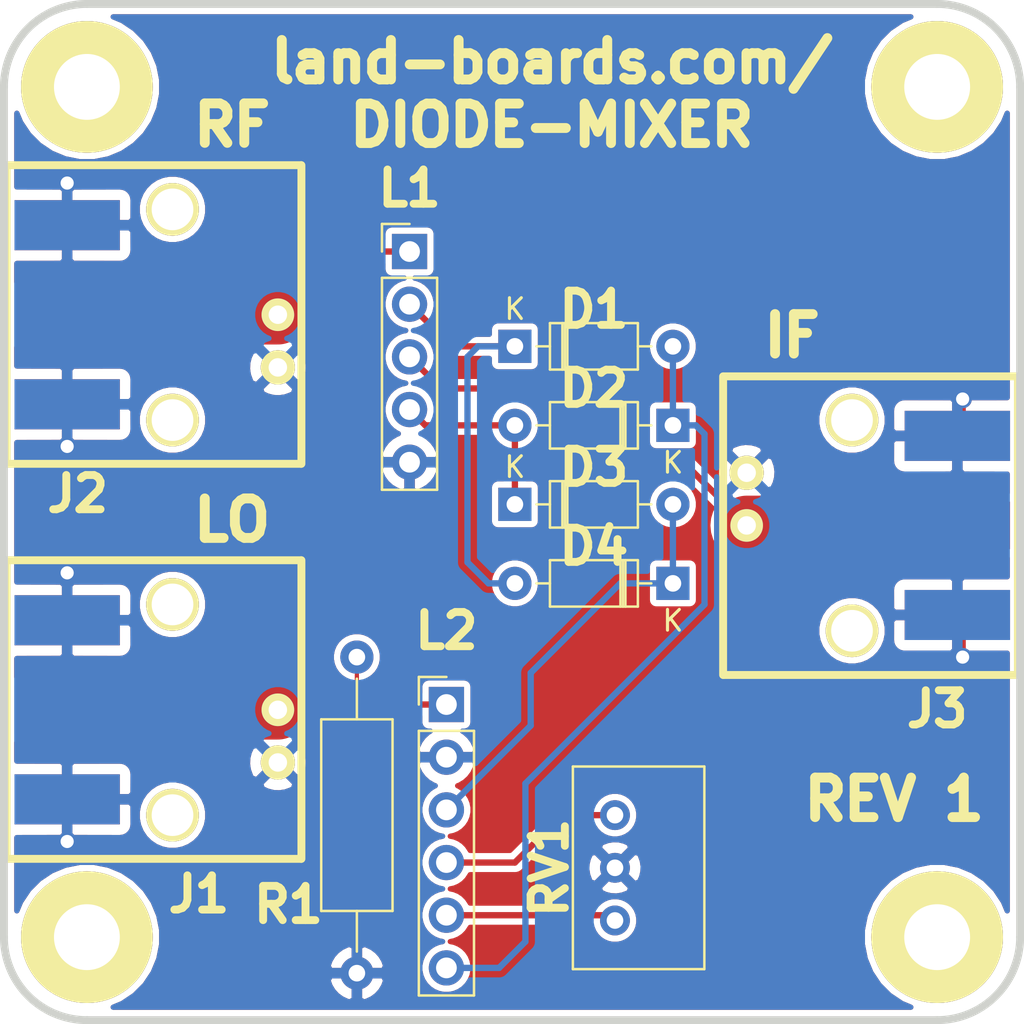
<source format=kicad_pcb>
(kicad_pcb (version 20171130) (host pcbnew "(5.1.5)-3")

  (general
    (thickness 1.6002)
    (drawings 13)
    (tracks 57)
    (zones 0)
    (modules 18)
    (nets 11)
  )

  (page A)
  (title_block
    (date "6 jul 2012")
  )

  (layers
    (0 Front signal)
    (31 Back power)
    (32 B.Adhes user hide)
    (33 F.Adhes user hide)
    (34 B.Paste user)
    (35 F.Paste user)
    (36 B.SilkS user)
    (37 F.SilkS user)
    (38 B.Mask user)
    (39 F.Mask user)
    (40 Dwgs.User user)
    (41 Cmts.User user)
    (42 Eco1.User user)
    (43 Eco2.User user)
    (44 Edge.Cuts user)
    (45 Margin user hide)
    (46 B.CrtYd user hide)
    (47 F.CrtYd user hide)
    (48 B.Fab user hide)
    (49 F.Fab user hide)
  )

  (setup
    (last_trace_width 0.3048)
    (user_trace_width 0.3048)
    (user_trace_width 2.8702)
    (trace_clearance 0.1524)
    (zone_clearance 0.3048)
    (zone_45_only no)
    (trace_min 0.2032)
    (via_size 0.889)
    (via_drill 0.635)
    (via_min_size 0.889)
    (via_min_drill 0.508)
    (uvia_size 0.508)
    (uvia_drill 0.127)
    (uvias_allowed no)
    (uvia_min_size 0.508)
    (uvia_min_drill 0.127)
    (edge_width 0.381)
    (segment_width 0.381)
    (pcb_text_width 0.3048)
    (pcb_text_size 1.524 2.032)
    (mod_edge_width 0.381)
    (mod_text_size 1.27 1.27)
    (mod_text_width 0.3048)
    (pad_size 1.524 1.524)
    (pad_drill 0.8128)
    (pad_to_mask_clearance 0.0508)
    (solder_mask_min_width 0.1016)
    (aux_axis_origin 0 0)
    (visible_elements 7FFFFF7F)
    (pcbplotparams
      (layerselection 0x010f0_ffffffff)
      (usegerberextensions true)
      (usegerberattributes false)
      (usegerberadvancedattributes false)
      (creategerberjobfile false)
      (excludeedgelayer true)
      (linewidth 0.150000)
      (plotframeref false)
      (viasonmask false)
      (mode 1)
      (useauxorigin false)
      (hpglpennumber 1)
      (hpglpenspeed 20)
      (hpglpendiameter 15.000000)
      (psnegative false)
      (psa4output false)
      (plotreference true)
      (plotvalue true)
      (plotinvisibletext false)
      (padsonsilk false)
      (subtractmaskfromsilk false)
      (outputformat 1)
      (mirror false)
      (drillshape 0)
      (scaleselection 1)
      (outputdirectory "plots/"))
  )

  (net 0 "")
  (net 1 GND)
  (net 2 "Net-(J2-Pad1)")
  (net 3 "Net-(J1-Pad1)")
  (net 4 "Net-(J3-Pad1)")
  (net 5 "Net-(D1-Pad1)")
  (net 6 "Net-(D1-Pad2)")
  (net 7 "Net-(D2-Pad2)")
  (net 8 "Net-(D3-Pad2)")
  (net 9 "Net-(L2-Pad4)")
  (net 10 "Net-(L2-Pad5)")

  (net_class Default "This is the default net class."
    (clearance 0.1524)
    (trace_width 0.2032)
    (via_dia 0.889)
    (via_drill 0.635)
    (uvia_dia 0.508)
    (uvia_drill 0.127)
    (diff_pair_width 0.2032)
    (diff_pair_gap 0.25)
    (add_net GND)
    (add_net "Net-(D1-Pad1)")
    (add_net "Net-(D1-Pad2)")
    (add_net "Net-(D2-Pad2)")
    (add_net "Net-(D3-Pad2)")
    (add_net "Net-(J1-Pad1)")
    (add_net "Net-(J2-Pad1)")
    (add_net "Net-(J3-Pad1)")
    (add_net "Net-(L2-Pad4)")
    (add_net "Net-(L2-Pad5)")
  )

  (module LandBoards_Conns:SMA_EDGE (layer Front) (tedit 516DB352) (tstamp 611943CF)
    (at 3.048 34.036)
    (path /6119FAE7)
    (fp_text reference J1 (at 6.35 8.89 180) (layer F.SilkS)
      (effects (font (size 1.651 1.651) (thickness 0.381)))
    )
    (fp_text value Conn_Coaxial (at 4.826 0.254 90) (layer F.SilkS) hide
      (effects (font (size 1.524 1.524) (thickness 0.3048)))
    )
    (pad 2 smd rect (at 0 4.318) (size 5.08 2.413) (layers Back B.Paste B.Mask)
      (net 1 GND))
    (pad 2 smd rect (at 0 -4.318) (size 5.08 2.413) (layers Back B.Paste B.Mask)
      (net 1 GND))
    (pad 2 smd rect (at 0 4.318) (size 5.08 2.413) (layers Front F.Paste F.Mask)
      (net 1 GND))
    (pad 2 smd rect (at 0 -4.318) (size 5.08 2.413) (layers Front F.Paste F.Mask)
      (net 1 GND))
    (pad 1 smd rect (at 0 0) (size 5.08 2.286) (layers Front F.Paste F.Mask)
      (net 3 "Net-(J1-Pad1)"))
  )

  (module LandBoards_Conns:SMA_EDGE (layer Front) (tedit 516DB352) (tstamp 611943D8)
    (at 3.048 14.986)
    (path /61194DE1)
    (fp_text reference J2 (at 0.508 8.636 180) (layer F.SilkS)
      (effects (font (size 1.651 1.651) (thickness 0.381)))
    )
    (fp_text value Conn_Coaxial (at 4.826 0.254 90) (layer F.SilkS) hide
      (effects (font (size 1.524 1.524) (thickness 0.3048)))
    )
    (pad 1 smd rect (at 0 0) (size 5.08 2.286) (layers Front F.Paste F.Mask)
      (net 2 "Net-(J2-Pad1)"))
    (pad 2 smd rect (at 0 -4.318) (size 5.08 2.413) (layers Front F.Paste F.Mask)
      (net 1 GND))
    (pad 2 smd rect (at 0 4.318) (size 5.08 2.413) (layers Front F.Paste F.Mask)
      (net 1 GND))
    (pad 2 smd rect (at 0 -4.318) (size 5.08 2.413) (layers Back B.Paste B.Mask)
      (net 1 GND))
    (pad 2 smd rect (at 0 4.318) (size 5.08 2.413) (layers Back B.Paste B.Mask)
      (net 1 GND))
  )

  (module LandBoards_Conns:SMA_EDGE (layer Front) (tedit 516DB352) (tstamp 611943E1)
    (at 45.974 25.146)
    (path /611A0A55)
    (fp_text reference J3 (at -0.974 8.854 180) (layer F.SilkS)
      (effects (font (size 1.651 1.651) (thickness 0.381)))
    )
    (fp_text value Conn_Coaxial (at 4.826 0.254 90) (layer F.SilkS) hide
      (effects (font (size 1.524 1.524) (thickness 0.3048)))
    )
    (pad 1 smd rect (at 0 0) (size 5.08 2.286) (layers Front F.Paste F.Mask)
      (net 4 "Net-(J3-Pad1)"))
    (pad 2 smd rect (at 0 -4.318) (size 5.08 2.413) (layers Front F.Paste F.Mask)
      (net 1 GND))
    (pad 2 smd rect (at 0 4.318) (size 5.08 2.413) (layers Front F.Paste F.Mask)
      (net 1 GND))
    (pad 2 smd rect (at 0 -4.318) (size 5.08 2.413) (layers Back B.Paste B.Mask)
      (net 1 GND))
    (pad 2 smd rect (at 0 4.318) (size 5.08 2.413) (layers Back B.Paste B.Mask)
      (net 1 GND))
  )

  (module LandBoards_Conns:BNC-RT (layer Front) (tedit 5183D213) (tstamp 611943ED)
    (at 13.208 34.036 90)
    (path /61196983)
    (fp_text reference P1 (at -8.964 -0.208 180) (layer F.SilkS) hide
      (effects (font (size 1.651 1.651) (thickness 0.381)))
    )
    (fp_text value BNC (at -0.14986 6.2992 90) (layer F.SilkS) hide
      (effects (font (size 1.524 1.524) (thickness 0.3048)))
    )
    (fp_line (start -7.1882 1.1176) (end -7.1882 -13.08354) (layer F.SilkS) (width 0.381))
    (fp_line (start -7.19328 -13.07846) (end 7.20598 -13.07846) (layer F.SilkS) (width 0.381))
    (fp_line (start 7.21106 -13.08354) (end 7.21106 1.1176) (layer F.SilkS) (width 0.381))
    (fp_line (start -7.1882 1.13538) (end 7.21106 1.13538) (layer F.SilkS) (width 0.381))
    (pad 1 thru_hole circle (at 0 0 90) (size 1.5748 1.5748) (drill 0.889) (layers *.Cu *.Mask F.SilkS)
      (net 3 "Net-(J1-Pad1)"))
    (pad 2 thru_hole circle (at -2.54 0 90) (size 1.651 1.651) (drill 0.889) (layers *.Cu *.Mask F.SilkS)
      (net 1 GND))
    (pad "" thru_hole circle (at -5.08 -5.08 90) (size 2.54 2.54) (drill 2.00914) (layers *.Cu *.Mask F.SilkS))
    (pad "" thru_hole circle (at 5.08 -5.08 90) (size 2.54 2.54) (drill 2.00914) (layers *.Cu *.Mask F.SilkS))
    (model C:/Users/HPz420/Documents/GitHub/land-boards/lb-boards/HamRadio/VFO-002/Backup/CAD-3D/BNC/31-5431-10RFX.stp
      (offset (xyz 0 -1.4986 0))
      (scale (xyz 1 1 1))
      (rotate (xyz -90 0 -90))
    )
  )

  (module LandBoards_Conns:BNC-RT (layer Front) (tedit 5183D213) (tstamp 611943F9)
    (at 13.208 14.986 90)
    (path /61194DEB)
    (fp_text reference P2 (at -9.014 -5.208 180) (layer F.SilkS) hide
      (effects (font (size 1.651 1.651) (thickness 0.381)))
    )
    (fp_text value BNC (at -0.14986 6.2992 90) (layer F.SilkS) hide
      (effects (font (size 1.524 1.524) (thickness 0.3048)))
    )
    (fp_line (start -7.1882 1.13538) (end 7.21106 1.13538) (layer F.SilkS) (width 0.381))
    (fp_line (start 7.21106 -13.08354) (end 7.21106 1.1176) (layer F.SilkS) (width 0.381))
    (fp_line (start -7.19328 -13.07846) (end 7.20598 -13.07846) (layer F.SilkS) (width 0.381))
    (fp_line (start -7.1882 1.1176) (end -7.1882 -13.08354) (layer F.SilkS) (width 0.381))
    (pad "" thru_hole circle (at 5.08 -5.08 90) (size 2.54 2.54) (drill 2.00914) (layers *.Cu *.Mask F.SilkS))
    (pad "" thru_hole circle (at -5.08 -5.08 90) (size 2.54 2.54) (drill 2.00914) (layers *.Cu *.Mask F.SilkS))
    (pad 2 thru_hole circle (at -2.54 0 90) (size 1.651 1.651) (drill 0.889) (layers *.Cu *.Mask F.SilkS)
      (net 1 GND))
    (pad 1 thru_hole circle (at 0 0 90) (size 1.5748 1.5748) (drill 0.889) (layers *.Cu *.Mask F.SilkS)
      (net 2 "Net-(J2-Pad1)"))
    (model C:/Users/HPz420/Documents/GitHub/land-boards/lb-boards/HamRadio/VFO-002/Backup/CAD-3D/BNC/31-5431-10RFX.stp
      (offset (xyz 0 -1.4986 0))
      (scale (xyz 1 1 1))
      (rotate (xyz -90 0 -90))
    )
  )

  (module LandBoards_Conns:BNC-RT (layer Front) (tedit 5183D213) (tstamp 6119B368)
    (at 35.814 25.146 270)
    (path /6119227F)
    (fp_text reference P3 (at 3.854 2.814 90) (layer F.SilkS) hide
      (effects (font (size 1.651 1.651) (thickness 0.381)))
    )
    (fp_text value BNC (at -0.14986 6.2992 90) (layer F.SilkS) hide
      (effects (font (size 1.524 1.524) (thickness 0.3048)))
    )
    (fp_line (start -7.1882 1.1176) (end -7.1882 -13.08354) (layer F.SilkS) (width 0.381))
    (fp_line (start -7.19328 -13.07846) (end 7.20598 -13.07846) (layer F.SilkS) (width 0.381))
    (fp_line (start 7.21106 -13.08354) (end 7.21106 1.1176) (layer F.SilkS) (width 0.381))
    (fp_line (start -7.1882 1.13538) (end 7.21106 1.13538) (layer F.SilkS) (width 0.381))
    (pad 1 thru_hole circle (at 0 0 270) (size 1.5748 1.5748) (drill 0.889) (layers *.Cu *.Mask F.SilkS)
      (net 4 "Net-(J3-Pad1)"))
    (pad 2 thru_hole circle (at -2.54 0 270) (size 1.651 1.651) (drill 0.889) (layers *.Cu *.Mask F.SilkS)
      (net 1 GND))
    (pad "" thru_hole circle (at -5.08 -5.08 270) (size 2.54 2.54) (drill 2.00914) (layers *.Cu *.Mask F.SilkS))
    (pad "" thru_hole circle (at 5.08 -5.08 270) (size 2.54 2.54) (drill 2.00914) (layers *.Cu *.Mask F.SilkS))
    (model C:/Users/HPz420/Documents/GitHub/land-boards/lb-boards/HamRadio/VFO-002/Backup/CAD-3D/BNC/31-5431-10RFX.stp
      (offset (xyz 0 -1.4986 0))
      (scale (xyz 1 1 1))
      (rotate (xyz -90 0 -90))
    )
  )

  (module LandBoards_MountHoles:MTG-4-40 locked (layer Front) (tedit 5CF905B3) (tstamp 6119BBC3)
    (at 4 4)
    (path /611BB808)
    (fp_text reference MTG1 (at -6.858 -0.635) (layer F.SilkS) hide
      (effects (font (size 1.651 1.651) (thickness 0.381)))
    )
    (fp_text value MTG_HOLE (at 0 -5.08) (layer F.SilkS) hide
      (effects (font (size 1.524 1.524) (thickness 0.3048)))
    )
    (fp_circle (center 0 0) (end 3.352745 0) (layer F.CrtYd) (width 0.05))
    (pad 1 thru_hole circle (at 0 0) (size 6.35 6.35) (drill 3.175) (layers *.Cu *.Mask F.SilkS))
  )

  (module LandBoards_MountHoles:MTG-4-40 locked (layer Front) (tedit 5CF905B3) (tstamp 6119BBC9)
    (at 45 4)
    (path /611BB812)
    (fp_text reference MTG2 (at -6.858 -0.635) (layer F.SilkS) hide
      (effects (font (size 1.651 1.651) (thickness 0.381)))
    )
    (fp_text value MTG_HOLE (at 0 -5.08) (layer F.SilkS) hide
      (effects (font (size 1.524 1.524) (thickness 0.3048)))
    )
    (fp_circle (center 0 0) (end 3.352745 0) (layer F.CrtYd) (width 0.05))
    (pad 1 thru_hole circle (at 0 0) (size 6.35 6.35) (drill 3.175) (layers *.Cu *.Mask F.SilkS))
  )

  (module LandBoards_MountHoles:MTG-4-40 locked (layer Front) (tedit 5CF905B3) (tstamp 6119BBCF)
    (at 4 45)
    (path /611B9EBF)
    (fp_text reference MTG3 (at -6.858 -0.635) (layer F.SilkS) hide
      (effects (font (size 1.651 1.651) (thickness 0.381)))
    )
    (fp_text value MTG_HOLE (at 0 -5.08) (layer F.SilkS) hide
      (effects (font (size 1.524 1.524) (thickness 0.3048)))
    )
    (fp_circle (center 0 0) (end 3.352745 0) (layer F.CrtYd) (width 0.05))
    (pad 1 thru_hole circle (at 0 0) (size 6.35 6.35) (drill 3.175) (layers *.Cu *.Mask F.SilkS))
  )

  (module LandBoards_MountHoles:MTG-4-40 locked (layer Front) (tedit 5CF905B3) (tstamp 6119BBD5)
    (at 45 45)
    (path /611B9A0E)
    (fp_text reference MTG?1 (at -6.858 -0.635) (layer F.SilkS) hide
      (effects (font (size 1.651 1.651) (thickness 0.381)))
    )
    (fp_text value MTG_HOLE (at 0 -5.08) (layer F.SilkS) hide
      (effects (font (size 1.524 1.524) (thickness 0.3048)))
    )
    (fp_circle (center 0 0) (end 3.352745 0) (layer F.CrtYd) (width 0.05))
    (pad 1 thru_hole circle (at 0 0) (size 6.35 6.35) (drill 3.175) (layers *.Cu *.Mask F.SilkS))
  )

  (module Diode_THT:D_DO-35_SOD27_P7.62mm_Horizontal (layer Front) (tedit 5AE50CD5) (tstamp 61192315)
    (at 24.638 16.51)
    (descr "Diode, DO-35_SOD27 series, Axial, Horizontal, pin pitch=7.62mm, , length*diameter=4*2mm^2, , http://www.diodes.com/_files/packages/DO-35.pdf")
    (tags "Diode DO-35_SOD27 series Axial Horizontal pin pitch 7.62mm  length 4mm diameter 2mm")
    (path /61192884)
    (fp_text reference D1 (at 3.81 -1.778) (layer F.SilkS)
      (effects (font (size 1.651 1.651) (thickness 0.381)))
    )
    (fp_text value D_Schottky (at 3.81 2.12) (layer F.Fab)
      (effects (font (size 1 1) (thickness 0.15)))
    )
    (fp_line (start 1.81 -1) (end 1.81 1) (layer F.Fab) (width 0.1))
    (fp_line (start 1.81 1) (end 5.81 1) (layer F.Fab) (width 0.1))
    (fp_line (start 5.81 1) (end 5.81 -1) (layer F.Fab) (width 0.1))
    (fp_line (start 5.81 -1) (end 1.81 -1) (layer F.Fab) (width 0.1))
    (fp_line (start 0 0) (end 1.81 0) (layer F.Fab) (width 0.1))
    (fp_line (start 7.62 0) (end 5.81 0) (layer F.Fab) (width 0.1))
    (fp_line (start 2.41 -1) (end 2.41 1) (layer F.Fab) (width 0.1))
    (fp_line (start 2.51 -1) (end 2.51 1) (layer F.Fab) (width 0.1))
    (fp_line (start 2.31 -1) (end 2.31 1) (layer F.Fab) (width 0.1))
    (fp_line (start 1.69 -1.12) (end 1.69 1.12) (layer F.SilkS) (width 0.12))
    (fp_line (start 1.69 1.12) (end 5.93 1.12) (layer F.SilkS) (width 0.12))
    (fp_line (start 5.93 1.12) (end 5.93 -1.12) (layer F.SilkS) (width 0.12))
    (fp_line (start 5.93 -1.12) (end 1.69 -1.12) (layer F.SilkS) (width 0.12))
    (fp_line (start 1.04 0) (end 1.69 0) (layer F.SilkS) (width 0.12))
    (fp_line (start 6.58 0) (end 5.93 0) (layer F.SilkS) (width 0.12))
    (fp_line (start 2.41 -1.12) (end 2.41 1.12) (layer F.SilkS) (width 0.12))
    (fp_line (start 2.53 -1.12) (end 2.53 1.12) (layer F.SilkS) (width 0.12))
    (fp_line (start 2.29 -1.12) (end 2.29 1.12) (layer F.SilkS) (width 0.12))
    (fp_line (start -1.05 -1.25) (end -1.05 1.25) (layer F.CrtYd) (width 0.05))
    (fp_line (start -1.05 1.25) (end 8.67 1.25) (layer F.CrtYd) (width 0.05))
    (fp_line (start 8.67 1.25) (end 8.67 -1.25) (layer F.CrtYd) (width 0.05))
    (fp_line (start 8.67 -1.25) (end -1.05 -1.25) (layer F.CrtYd) (width 0.05))
    (fp_text user %R (at 4.11 0) (layer F.Fab)
      (effects (font (size 1.651 1.651) (thickness 0.381)))
    )
    (fp_text user K (at 0 -1.8) (layer F.Fab)
      (effects (font (size 1 1) (thickness 0.15)))
    )
    (fp_text user K (at 0 -1.8) (layer F.SilkS)
      (effects (font (size 1 1) (thickness 0.15)))
    )
    (pad 1 thru_hole rect (at 0 0) (size 1.6 1.6) (drill 0.8) (layers *.Cu *.Mask)
      (net 5 "Net-(D1-Pad1)"))
    (pad 2 thru_hole oval (at 7.62 0) (size 1.6 1.6) (drill 0.8) (layers *.Cu *.Mask)
      (net 6 "Net-(D1-Pad2)"))
    (model ${KISYS3DMOD}/Diode_THT.3dshapes/D_DO-35_SOD27_P7.62mm_Horizontal.wrl
      (at (xyz 0 0 0))
      (scale (xyz 1 1 1))
      (rotate (xyz 0 0 0))
    )
  )

  (module Diode_THT:D_DO-35_SOD27_P7.62mm_Horizontal (layer Front) (tedit 5AE50CD5) (tstamp 61192334)
    (at 32.258 27.94 180)
    (descr "Diode, DO-35_SOD27 series, Axial, Horizontal, pin pitch=7.62mm, , length*diameter=4*2mm^2, , http://www.diodes.com/_files/packages/DO-35.pdf")
    (tags "Diode DO-35_SOD27 series Axial Horizontal pin pitch 7.62mm  length 4mm diameter 2mm")
    (path /61193B30)
    (fp_text reference D4 (at 3.81 1.778) (layer F.SilkS)
      (effects (font (size 1.651 1.651) (thickness 0.381)))
    )
    (fp_text value D_Schottky (at 3.81 2.12) (layer F.Fab)
      (effects (font (size 1 1) (thickness 0.15)))
    )
    (fp_line (start 1.81 -1) (end 1.81 1) (layer F.Fab) (width 0.1))
    (fp_line (start 1.81 1) (end 5.81 1) (layer F.Fab) (width 0.1))
    (fp_line (start 5.81 1) (end 5.81 -1) (layer F.Fab) (width 0.1))
    (fp_line (start 5.81 -1) (end 1.81 -1) (layer F.Fab) (width 0.1))
    (fp_line (start 0 0) (end 1.81 0) (layer F.Fab) (width 0.1))
    (fp_line (start 7.62 0) (end 5.81 0) (layer F.Fab) (width 0.1))
    (fp_line (start 2.41 -1) (end 2.41 1) (layer F.Fab) (width 0.1))
    (fp_line (start 2.51 -1) (end 2.51 1) (layer F.Fab) (width 0.1))
    (fp_line (start 2.31 -1) (end 2.31 1) (layer F.Fab) (width 0.1))
    (fp_line (start 1.69 -1.12) (end 1.69 1.12) (layer F.SilkS) (width 0.12))
    (fp_line (start 1.69 1.12) (end 5.93 1.12) (layer F.SilkS) (width 0.12))
    (fp_line (start 5.93 1.12) (end 5.93 -1.12) (layer F.SilkS) (width 0.12))
    (fp_line (start 5.93 -1.12) (end 1.69 -1.12) (layer F.SilkS) (width 0.12))
    (fp_line (start 1.04 0) (end 1.69 0) (layer F.SilkS) (width 0.12))
    (fp_line (start 6.58 0) (end 5.93 0) (layer F.SilkS) (width 0.12))
    (fp_line (start 2.41 -1.12) (end 2.41 1.12) (layer F.SilkS) (width 0.12))
    (fp_line (start 2.53 -1.12) (end 2.53 1.12) (layer F.SilkS) (width 0.12))
    (fp_line (start 2.29 -1.12) (end 2.29 1.12) (layer F.SilkS) (width 0.12))
    (fp_line (start -1.05 -1.25) (end -1.05 1.25) (layer F.CrtYd) (width 0.05))
    (fp_line (start -1.05 1.25) (end 8.67 1.25) (layer F.CrtYd) (width 0.05))
    (fp_line (start 8.67 1.25) (end 8.67 -1.25) (layer F.CrtYd) (width 0.05))
    (fp_line (start 8.67 -1.25) (end -1.05 -1.25) (layer F.CrtYd) (width 0.05))
    (fp_text user %R (at 4.11 0) (layer F.Fab)
      (effects (font (size 1.651 1.651) (thickness 0.381)))
    )
    (fp_text user K (at 0 -1.8) (layer F.Fab)
      (effects (font (size 1 1) (thickness 0.15)))
    )
    (fp_text user K (at 0 -1.8) (layer F.SilkS)
      (effects (font (size 1 1) (thickness 0.15)))
    )
    (pad 1 thru_hole rect (at 0 0 180) (size 1.6 1.6) (drill 0.8) (layers *.Cu *.Mask)
      (net 8 "Net-(D3-Pad2)"))
    (pad 2 thru_hole oval (at 7.62 0 180) (size 1.6 1.6) (drill 0.8) (layers *.Cu *.Mask)
      (net 5 "Net-(D1-Pad1)"))
    (model ${KISYS3DMOD}/Diode_THT.3dshapes/D_DO-35_SOD27_P7.62mm_Horizontal.wrl
      (at (xyz 0 0 0))
      (scale (xyz 1 1 1))
      (rotate (xyz 0 0 0))
    )
  )

  (module Diode_THT:D_DO-35_SOD27_P7.62mm_Horizontal (layer Front) (tedit 5AE50CD5) (tstamp 61192353)
    (at 24.638 24.13)
    (descr "Diode, DO-35_SOD27 series, Axial, Horizontal, pin pitch=7.62mm, , length*diameter=4*2mm^2, , http://www.diodes.com/_files/packages/DO-35.pdf")
    (tags "Diode DO-35_SOD27 series Axial Horizontal pin pitch 7.62mm  length 4mm diameter 2mm")
    (path /61193196)
    (fp_text reference D3 (at 3.81 -1.778) (layer F.SilkS)
      (effects (font (size 1.651 1.651) (thickness 0.381)))
    )
    (fp_text value D_Schottky (at 3.81 2.12) (layer F.Fab)
      (effects (font (size 1 1) (thickness 0.15)))
    )
    (fp_text user K (at 0 -1.8) (layer F.SilkS)
      (effects (font (size 1 1) (thickness 0.15)))
    )
    (fp_text user K (at 0 -1.8) (layer F.Fab)
      (effects (font (size 1 1) (thickness 0.15)))
    )
    (fp_text user %R (at 4.11 0) (layer F.Fab)
      (effects (font (size 1.651 1.651) (thickness 0.381)))
    )
    (fp_line (start 8.67 -1.25) (end -1.05 -1.25) (layer F.CrtYd) (width 0.05))
    (fp_line (start 8.67 1.25) (end 8.67 -1.25) (layer F.CrtYd) (width 0.05))
    (fp_line (start -1.05 1.25) (end 8.67 1.25) (layer F.CrtYd) (width 0.05))
    (fp_line (start -1.05 -1.25) (end -1.05 1.25) (layer F.CrtYd) (width 0.05))
    (fp_line (start 2.29 -1.12) (end 2.29 1.12) (layer F.SilkS) (width 0.12))
    (fp_line (start 2.53 -1.12) (end 2.53 1.12) (layer F.SilkS) (width 0.12))
    (fp_line (start 2.41 -1.12) (end 2.41 1.12) (layer F.SilkS) (width 0.12))
    (fp_line (start 6.58 0) (end 5.93 0) (layer F.SilkS) (width 0.12))
    (fp_line (start 1.04 0) (end 1.69 0) (layer F.SilkS) (width 0.12))
    (fp_line (start 5.93 -1.12) (end 1.69 -1.12) (layer F.SilkS) (width 0.12))
    (fp_line (start 5.93 1.12) (end 5.93 -1.12) (layer F.SilkS) (width 0.12))
    (fp_line (start 1.69 1.12) (end 5.93 1.12) (layer F.SilkS) (width 0.12))
    (fp_line (start 1.69 -1.12) (end 1.69 1.12) (layer F.SilkS) (width 0.12))
    (fp_line (start 2.31 -1) (end 2.31 1) (layer F.Fab) (width 0.1))
    (fp_line (start 2.51 -1) (end 2.51 1) (layer F.Fab) (width 0.1))
    (fp_line (start 2.41 -1) (end 2.41 1) (layer F.Fab) (width 0.1))
    (fp_line (start 7.62 0) (end 5.81 0) (layer F.Fab) (width 0.1))
    (fp_line (start 0 0) (end 1.81 0) (layer F.Fab) (width 0.1))
    (fp_line (start 5.81 -1) (end 1.81 -1) (layer F.Fab) (width 0.1))
    (fp_line (start 5.81 1) (end 5.81 -1) (layer F.Fab) (width 0.1))
    (fp_line (start 1.81 1) (end 5.81 1) (layer F.Fab) (width 0.1))
    (fp_line (start 1.81 -1) (end 1.81 1) (layer F.Fab) (width 0.1))
    (pad 2 thru_hole oval (at 7.62 0) (size 1.6 1.6) (drill 0.8) (layers *.Cu *.Mask)
      (net 8 "Net-(D3-Pad2)"))
    (pad 1 thru_hole rect (at 0 0) (size 1.6 1.6) (drill 0.8) (layers *.Cu *.Mask)
      (net 7 "Net-(D2-Pad2)"))
    (model ${KISYS3DMOD}/Diode_THT.3dshapes/D_DO-35_SOD27_P7.62mm_Horizontal.wrl
      (at (xyz 0 0 0))
      (scale (xyz 1 1 1))
      (rotate (xyz 0 0 0))
    )
  )

  (module Diode_THT:D_DO-35_SOD27_P7.62mm_Horizontal (layer Front) (tedit 5AE50CD5) (tstamp 61192372)
    (at 32.258 20.32 180)
    (descr "Diode, DO-35_SOD27 series, Axial, Horizontal, pin pitch=7.62mm, , length*diameter=4*2mm^2, , http://www.diodes.com/_files/packages/DO-35.pdf")
    (tags "Diode DO-35_SOD27 series Axial Horizontal pin pitch 7.62mm  length 4mm diameter 2mm")
    (path /611941BD)
    (fp_text reference D2 (at 3.81 1.778) (layer F.SilkS)
      (effects (font (size 1.651 1.651) (thickness 0.381)))
    )
    (fp_text value D_Schottky (at 3.81 2.12) (layer F.Fab)
      (effects (font (size 1 1) (thickness 0.15)))
    )
    (fp_text user K (at 0 -1.8) (layer F.SilkS)
      (effects (font (size 1 1) (thickness 0.15)))
    )
    (fp_text user K (at 0 -1.8) (layer F.Fab)
      (effects (font (size 1 1) (thickness 0.15)))
    )
    (fp_text user %R (at 4.11 0) (layer F.Fab)
      (effects (font (size 1.651 1.651) (thickness 0.381)))
    )
    (fp_line (start 8.67 -1.25) (end -1.05 -1.25) (layer F.CrtYd) (width 0.05))
    (fp_line (start 8.67 1.25) (end 8.67 -1.25) (layer F.CrtYd) (width 0.05))
    (fp_line (start -1.05 1.25) (end 8.67 1.25) (layer F.CrtYd) (width 0.05))
    (fp_line (start -1.05 -1.25) (end -1.05 1.25) (layer F.CrtYd) (width 0.05))
    (fp_line (start 2.29 -1.12) (end 2.29 1.12) (layer F.SilkS) (width 0.12))
    (fp_line (start 2.53 -1.12) (end 2.53 1.12) (layer F.SilkS) (width 0.12))
    (fp_line (start 2.41 -1.12) (end 2.41 1.12) (layer F.SilkS) (width 0.12))
    (fp_line (start 6.58 0) (end 5.93 0) (layer F.SilkS) (width 0.12))
    (fp_line (start 1.04 0) (end 1.69 0) (layer F.SilkS) (width 0.12))
    (fp_line (start 5.93 -1.12) (end 1.69 -1.12) (layer F.SilkS) (width 0.12))
    (fp_line (start 5.93 1.12) (end 5.93 -1.12) (layer F.SilkS) (width 0.12))
    (fp_line (start 1.69 1.12) (end 5.93 1.12) (layer F.SilkS) (width 0.12))
    (fp_line (start 1.69 -1.12) (end 1.69 1.12) (layer F.SilkS) (width 0.12))
    (fp_line (start 2.31 -1) (end 2.31 1) (layer F.Fab) (width 0.1))
    (fp_line (start 2.51 -1) (end 2.51 1) (layer F.Fab) (width 0.1))
    (fp_line (start 2.41 -1) (end 2.41 1) (layer F.Fab) (width 0.1))
    (fp_line (start 7.62 0) (end 5.81 0) (layer F.Fab) (width 0.1))
    (fp_line (start 0 0) (end 1.81 0) (layer F.Fab) (width 0.1))
    (fp_line (start 5.81 -1) (end 1.81 -1) (layer F.Fab) (width 0.1))
    (fp_line (start 5.81 1) (end 5.81 -1) (layer F.Fab) (width 0.1))
    (fp_line (start 1.81 1) (end 5.81 1) (layer F.Fab) (width 0.1))
    (fp_line (start 1.81 -1) (end 1.81 1) (layer F.Fab) (width 0.1))
    (pad 2 thru_hole oval (at 7.62 0 180) (size 1.6 1.6) (drill 0.8) (layers *.Cu *.Mask)
      (net 7 "Net-(D2-Pad2)"))
    (pad 1 thru_hole rect (at 0 0 180) (size 1.6 1.6) (drill 0.8) (layers *.Cu *.Mask)
      (net 6 "Net-(D1-Pad2)"))
    (model ${KISYS3DMOD}/Diode_THT.3dshapes/D_DO-35_SOD27_P7.62mm_Horizontal.wrl
      (at (xyz 0 0 0))
      (scale (xyz 1 1 1))
      (rotate (xyz 0 0 0))
    )
  )

  (module Connector_PinHeader_2.54mm:PinHeader_1x06_P2.54mm_Vertical (layer Front) (tedit 59FED5CC) (tstamp 6119238C)
    (at 21.336 33.782)
    (descr "Through hole straight pin header, 1x06, 2.54mm pitch, single row")
    (tags "Through hole pin header THT 1x06 2.54mm single row")
    (path /61195CB5)
    (fp_text reference L2 (at 0 -3.556) (layer F.SilkS)
      (effects (font (size 1.651 1.651) (thickness 0.381)))
    )
    (fp_text value Conn_01x06 (at 0 15.03) (layer F.Fab)
      (effects (font (size 1 1) (thickness 0.15)))
    )
    (fp_line (start -0.635 -1.27) (end 1.27 -1.27) (layer F.Fab) (width 0.1))
    (fp_line (start 1.27 -1.27) (end 1.27 13.97) (layer F.Fab) (width 0.1))
    (fp_line (start 1.27 13.97) (end -1.27 13.97) (layer F.Fab) (width 0.1))
    (fp_line (start -1.27 13.97) (end -1.27 -0.635) (layer F.Fab) (width 0.1))
    (fp_line (start -1.27 -0.635) (end -0.635 -1.27) (layer F.Fab) (width 0.1))
    (fp_line (start -1.33 14.03) (end 1.33 14.03) (layer F.SilkS) (width 0.12))
    (fp_line (start -1.33 1.27) (end -1.33 14.03) (layer F.SilkS) (width 0.12))
    (fp_line (start 1.33 1.27) (end 1.33 14.03) (layer F.SilkS) (width 0.12))
    (fp_line (start -1.33 1.27) (end 1.33 1.27) (layer F.SilkS) (width 0.12))
    (fp_line (start -1.33 0) (end -1.33 -1.33) (layer F.SilkS) (width 0.12))
    (fp_line (start -1.33 -1.33) (end 0 -1.33) (layer F.SilkS) (width 0.12))
    (fp_line (start -1.8 -1.8) (end -1.8 14.5) (layer F.CrtYd) (width 0.05))
    (fp_line (start -1.8 14.5) (end 1.8 14.5) (layer F.CrtYd) (width 0.05))
    (fp_line (start 1.8 14.5) (end 1.8 -1.8) (layer F.CrtYd) (width 0.05))
    (fp_line (start 1.8 -1.8) (end -1.8 -1.8) (layer F.CrtYd) (width 0.05))
    (fp_text user %R (at 0 6.35 90) (layer F.Fab)
      (effects (font (size 1.651 1.651) (thickness 0.381)))
    )
    (pad 1 thru_hole rect (at 0 0) (size 1.7 1.7) (drill 1) (layers *.Cu *.Mask)
      (net 3 "Net-(J1-Pad1)"))
    (pad 2 thru_hole oval (at 0 2.54) (size 1.7 1.7) (drill 1) (layers *.Cu *.Mask)
      (net 1 GND))
    (pad 3 thru_hole oval (at 0 5.08) (size 1.7 1.7) (drill 1) (layers *.Cu *.Mask)
      (net 8 "Net-(D3-Pad2)"))
    (pad 4 thru_hole oval (at 0 7.62) (size 1.7 1.7) (drill 1) (layers *.Cu *.Mask)
      (net 9 "Net-(L2-Pad4)"))
    (pad 5 thru_hole oval (at 0 10.16) (size 1.7 1.7) (drill 1) (layers *.Cu *.Mask)
      (net 10 "Net-(L2-Pad5)"))
    (pad 6 thru_hole oval (at 0 12.7) (size 1.7 1.7) (drill 1) (layers *.Cu *.Mask)
      (net 6 "Net-(D1-Pad2)"))
    (model ${KISYS3DMOD}/Connector_PinHeader_2.54mm.3dshapes/PinHeader_1x06_P2.54mm_Vertical.wrl
      (at (xyz 0 0 0))
      (scale (xyz 1 1 1))
      (rotate (xyz 0 0 0))
    )
  )

  (module Connector_PinHeader_2.54mm:PinHeader_1x05_P2.54mm_Vertical (layer Front) (tedit 59FED5CC) (tstamp 611923A5)
    (at 19.558 11.938)
    (descr "Through hole straight pin header, 1x05, 2.54mm pitch, single row")
    (tags "Through hole pin header THT 1x05 2.54mm single row")
    (path /611A75E9)
    (fp_text reference L1 (at 0 -3.048) (layer F.SilkS)
      (effects (font (size 1.651 1.651) (thickness 0.381)))
    )
    (fp_text value Conn_01x05 (at 0 12.49) (layer F.Fab)
      (effects (font (size 1 1) (thickness 0.15)))
    )
    (fp_line (start -0.635 -1.27) (end 1.27 -1.27) (layer F.Fab) (width 0.1))
    (fp_line (start 1.27 -1.27) (end 1.27 11.43) (layer F.Fab) (width 0.1))
    (fp_line (start 1.27 11.43) (end -1.27 11.43) (layer F.Fab) (width 0.1))
    (fp_line (start -1.27 11.43) (end -1.27 -0.635) (layer F.Fab) (width 0.1))
    (fp_line (start -1.27 -0.635) (end -0.635 -1.27) (layer F.Fab) (width 0.1))
    (fp_line (start -1.33 11.49) (end 1.33 11.49) (layer F.SilkS) (width 0.12))
    (fp_line (start -1.33 1.27) (end -1.33 11.49) (layer F.SilkS) (width 0.12))
    (fp_line (start 1.33 1.27) (end 1.33 11.49) (layer F.SilkS) (width 0.12))
    (fp_line (start -1.33 1.27) (end 1.33 1.27) (layer F.SilkS) (width 0.12))
    (fp_line (start -1.33 0) (end -1.33 -1.33) (layer F.SilkS) (width 0.12))
    (fp_line (start -1.33 -1.33) (end 0 -1.33) (layer F.SilkS) (width 0.12))
    (fp_line (start -1.8 -1.8) (end -1.8 11.95) (layer F.CrtYd) (width 0.05))
    (fp_line (start -1.8 11.95) (end 1.8 11.95) (layer F.CrtYd) (width 0.05))
    (fp_line (start 1.8 11.95) (end 1.8 -1.8) (layer F.CrtYd) (width 0.05))
    (fp_line (start 1.8 -1.8) (end -1.8 -1.8) (layer F.CrtYd) (width 0.05))
    (fp_text user %R (at 0 5.08 90) (layer F.Fab)
      (effects (font (size 1.651 1.651) (thickness 0.381)))
    )
    (pad 1 thru_hole rect (at 0 0) (size 1.7 1.7) (drill 1) (layers *.Cu *.Mask)
      (net 2 "Net-(J2-Pad1)"))
    (pad 2 thru_hole oval (at 0 2.54) (size 1.7 1.7) (drill 1) (layers *.Cu *.Mask)
      (net 5 "Net-(D1-Pad1)"))
    (pad 3 thru_hole oval (at 0 5.08) (size 1.7 1.7) (drill 1) (layers *.Cu *.Mask)
      (net 4 "Net-(J3-Pad1)"))
    (pad 4 thru_hole oval (at 0 7.62) (size 1.7 1.7) (drill 1) (layers *.Cu *.Mask)
      (net 7 "Net-(D2-Pad2)"))
    (pad 5 thru_hole oval (at 0 10.16) (size 1.7 1.7) (drill 1) (layers *.Cu *.Mask)
      (net 1 GND))
    (model ${KISYS3DMOD}/Connector_PinHeader_2.54mm.3dshapes/PinHeader_1x05_P2.54mm_Vertical.wrl
      (at (xyz 0 0 0))
      (scale (xyz 1 1 1))
      (rotate (xyz 0 0 0))
    )
  )

  (module Potentiometer_THT:Potentiometer_Bourns_3299W_Vertical (layer Front) (tedit 5A3D4994) (tstamp 611923BC)
    (at 29.464 39.116 90)
    (descr "Potentiometer, vertical, Bourns 3299W, https://www.bourns.com/pdfs/3299.pdf")
    (tags "Potentiometer vertical Bourns 3299W")
    (path /6119AA0D)
    (fp_text reference RV1 (at -2.54 -3.16 90) (layer F.SilkS)
      (effects (font (size 1.651 1.651) (thickness 0.381)))
    )
    (fp_text value 100 (at -2.54 5.44 90) (layer F.Fab)
      (effects (font (size 1 1) (thickness 0.15)))
    )
    (fp_circle (center 0.955 2.92) (end 2.05 2.92) (layer F.Fab) (width 0.1))
    (fp_line (start -7.305 -1.91) (end -7.305 4.19) (layer F.Fab) (width 0.1))
    (fp_line (start -7.305 4.19) (end 2.225 4.19) (layer F.Fab) (width 0.1))
    (fp_line (start 2.225 4.19) (end 2.225 -1.91) (layer F.Fab) (width 0.1))
    (fp_line (start 2.225 -1.91) (end -7.305 -1.91) (layer F.Fab) (width 0.1))
    (fp_line (start 0.955 4.005) (end 0.956 1.836) (layer F.Fab) (width 0.1))
    (fp_line (start 0.955 4.005) (end 0.956 1.836) (layer F.Fab) (width 0.1))
    (fp_line (start -7.425 -2.03) (end 2.345 -2.03) (layer F.SilkS) (width 0.12))
    (fp_line (start -7.425 4.31) (end 2.345 4.31) (layer F.SilkS) (width 0.12))
    (fp_line (start -7.425 -2.03) (end -7.425 4.31) (layer F.SilkS) (width 0.12))
    (fp_line (start 2.345 -2.03) (end 2.345 4.31) (layer F.SilkS) (width 0.12))
    (fp_line (start -7.6 -2.2) (end -7.6 4.45) (layer F.CrtYd) (width 0.05))
    (fp_line (start -7.6 4.45) (end 2.5 4.45) (layer F.CrtYd) (width 0.05))
    (fp_line (start 2.5 4.45) (end 2.5 -2.2) (layer F.CrtYd) (width 0.05))
    (fp_line (start 2.5 -2.2) (end -7.6 -2.2) (layer F.CrtYd) (width 0.05))
    (fp_text user %R (at -3.175 1.14 90) (layer F.Fab)
      (effects (font (size 1.651 1.651) (thickness 0.381)))
    )
    (pad 1 thru_hole circle (at 0 0 90) (size 1.44 1.44) (drill 0.8) (layers *.Cu *.Mask)
      (net 9 "Net-(L2-Pad4)"))
    (pad 2 thru_hole circle (at -2.54 0 90) (size 1.44 1.44) (drill 0.8) (layers *.Cu *.Mask)
      (net 1 GND))
    (pad 3 thru_hole circle (at -5.08 0 90) (size 1.44 1.44) (drill 0.8) (layers *.Cu *.Mask)
      (net 10 "Net-(L2-Pad5)"))
    (model ${KISYS3DMOD}/Potentiometer_THT.3dshapes/Potentiometer_Bourns_3299W_Vertical.wrl
      (at (xyz 0 0 0))
      (scale (xyz 1 1 1))
      (rotate (xyz 0 0 0))
    )
  )

  (module Resistor_THT:R_Axial_DIN0309_L9.0mm_D3.2mm_P15.24mm_Horizontal (layer Front) (tedit 5AE5139B) (tstamp 61192A25)
    (at 17.018 31.496 270)
    (descr "Resistor, Axial_DIN0309 series, Axial, Horizontal, pin pitch=15.24mm, 0.5W = 1/2W, length*diameter=9*3.2mm^2, http://cdn-reichelt.de/documents/datenblatt/B400/1_4W%23YAG.pdf")
    (tags "Resistor Axial_DIN0309 series Axial Horizontal pin pitch 15.24mm 0.5W = 1/2W length 9mm diameter 3.2mm")
    (path /61194012)
    (fp_text reference R1 (at 11.938 3.302 180) (layer F.SilkS)
      (effects (font (size 1.651 1.651) (thickness 0.381)))
    )
    (fp_text value 51 (at 7.62 2.72 90) (layer F.Fab)
      (effects (font (size 1 1) (thickness 0.15)))
    )
    (fp_line (start 3.12 -1.6) (end 3.12 1.6) (layer F.Fab) (width 0.1))
    (fp_line (start 3.12 1.6) (end 12.12 1.6) (layer F.Fab) (width 0.1))
    (fp_line (start 12.12 1.6) (end 12.12 -1.6) (layer F.Fab) (width 0.1))
    (fp_line (start 12.12 -1.6) (end 3.12 -1.6) (layer F.Fab) (width 0.1))
    (fp_line (start 0 0) (end 3.12 0) (layer F.Fab) (width 0.1))
    (fp_line (start 15.24 0) (end 12.12 0) (layer F.Fab) (width 0.1))
    (fp_line (start 3 -1.72) (end 3 1.72) (layer F.SilkS) (width 0.12))
    (fp_line (start 3 1.72) (end 12.24 1.72) (layer F.SilkS) (width 0.12))
    (fp_line (start 12.24 1.72) (end 12.24 -1.72) (layer F.SilkS) (width 0.12))
    (fp_line (start 12.24 -1.72) (end 3 -1.72) (layer F.SilkS) (width 0.12))
    (fp_line (start 1.04 0) (end 3 0) (layer F.SilkS) (width 0.12))
    (fp_line (start 14.2 0) (end 12.24 0) (layer F.SilkS) (width 0.12))
    (fp_line (start -1.05 -1.85) (end -1.05 1.85) (layer F.CrtYd) (width 0.05))
    (fp_line (start -1.05 1.85) (end 16.29 1.85) (layer F.CrtYd) (width 0.05))
    (fp_line (start 16.29 1.85) (end 16.29 -1.85) (layer F.CrtYd) (width 0.05))
    (fp_line (start 16.29 -1.85) (end -1.05 -1.85) (layer F.CrtYd) (width 0.05))
    (fp_text user %R (at 7.62 0 90) (layer F.Fab)
      (effects (font (size 1.651 1.651) (thickness 0.381)))
    )
    (pad 1 thru_hole circle (at 0 0 270) (size 1.6 1.6) (drill 0.8) (layers *.Cu *.Mask)
      (net 3 "Net-(J1-Pad1)"))
    (pad 2 thru_hole oval (at 15.24 0 270) (size 1.6 1.6) (drill 0.8) (layers *.Cu *.Mask)
      (net 1 GND))
    (model ${KISYS3DMOD}/Resistor_THT.3dshapes/R_Axial_DIN0309_L9.0mm_D3.2mm_P15.24mm_Horizontal.wrl
      (at (xyz 0 0 0))
      (scale (xyz 1 1 1))
      (rotate (xyz 0 0 0))
    )
  )

  (gr_text "REV 1" (at 42.926 38.354) (layer F.SilkS) (tstamp 6119C2DC)
    (effects (font (size 1.905 1.905) (thickness 0.47625)))
  )
  (gr_arc (start 4 45) (end 0 45) (angle -90) (layer Edge.Cuts) (width 0.381))
  (gr_arc (start 45 45) (end 45 49) (angle -90) (layer Edge.Cuts) (width 0.381))
  (gr_arc (start 45 4) (end 49 4) (angle -90) (layer Edge.Cuts) (width 0.381))
  (gr_arc (start 4 4) (end 4 0) (angle -90) (layer Edge.Cuts) (width 0.381))
  (gr_line (start 0 45) (end 0 4) (layer Edge.Cuts) (width 0.381))
  (gr_line (start 45 49) (end 4 49) (layer Edge.Cuts) (width 0.381))
  (gr_line (start 49 4) (end 49 45) (layer Edge.Cuts) (width 0.381))
  (gr_line (start 4 0) (end 45 0) (layer Edge.Cuts) (width 0.381))
  (gr_text IF (at 38 16.002) (layer F.SilkS) (tstamp 6119A350)
    (effects (font (size 1.905 1.905) (thickness 0.47625)))
  )
  (gr_text LO (at 11 24.892) (layer F.SilkS) (tstamp 6119A34D)
    (effects (font (size 1.905 1.905) (thickness 0.47625)))
  )
  (gr_text RF (at 11 5.842) (layer F.SilkS)
    (effects (font (size 1.905 1.905) (thickness 0.47625)))
  )
  (gr_text "land-boards.com/\nDIODE-MIXER" (at 26.416 4.318) (layer F.SilkS)
    (effects (font (size 1.905 1.905) (thickness 0.47625)))
  )

  (via (at 3.048 27.432) (size 0.889) (drill 0.635) (layers Front Back) (net 1))
  (segment (start 3.048 29.718) (end 3.048 27.432) (width 0.3048) (layer Front) (net 1) (status 10))
  (via (at 3.048 40.386) (size 0.889) (drill 0.635) (layers Front Back) (net 1))
  (segment (start 3.048 38.354) (end 3.048 40.386) (width 0.3048) (layer Front) (net 1) (status 10))
  (via (at 3.048 8.636) (size 0.889) (drill 0.635) (layers Front Back) (net 1))
  (segment (start 3.048 10.668) (end 3.048 8.636) (width 0.3048) (layer Front) (net 1) (status 10))
  (via (at 3.048 21.336) (size 0.889) (drill 0.635) (layers Front Back) (net 1))
  (segment (start 3.048 19.304) (end 3.048 21.336) (width 0.3048) (layer Front) (net 1) (status 10))
  (via (at 46.228 19.05) (size 0.889) (drill 0.635) (layers Front Back) (net 1))
  (segment (start 46.228 21.082) (end 46.228 19.05) (width 0.3048) (layer Front) (net 1) (status 10))
  (via (at 46.228 31.496) (size 0.889) (drill 0.635) (layers Front Back) (net 1))
  (segment (start 46.228 29.718) (end 46.228 31.496) (width 0.3048) (layer Front) (net 1) (status 10))
  (segment (start 3.048 14.986) (end 13.208 14.986) (width 2.8702) (layer Front) (net 2) (status 30))
  (segment (start 16.256 11.938) (end 13.208 14.986) (width 0.3048) (layer Front) (net 2) (status 20))
  (segment (start 19.558 11.938) (end 16.256 11.938) (width 0.3048) (layer Front) (net 2) (status 10))
  (segment (start 3.048 34.036) (end 13.208 34.036) (width 2.8702) (layer Front) (net 3) (status 30))
  (segment (start 13.462 33.782) (end 13.208 34.036) (width 0.3048) (layer Front) (net 3) (status 30))
  (segment (start 13.208 34.036) (end 14.478 34.036) (width 0.2032) (layer Front) (net 3))
  (segment (start 17.018 31.496) (end 17.018 33.782) (width 0.2032) (layer Front) (net 3))
  (segment (start 18.288 33.782) (end 17.018 33.782) (width 0.3048) (layer Front) (net 3))
  (segment (start 15.748 33.782) (end 13.462 33.782) (width 0.3048) (layer Front) (net 3))
  (segment (start 21.336 33.782) (end 18.288 33.782) (width 0.3048) (layer Front) (net 3))
  (segment (start 17.018 33.782) (end 15.748 33.782) (width 0.3048) (layer Front) (net 3))
  (segment (start 35.814 25.146) (end 45.974 25.146) (width 2.8702) (layer Front) (net 4) (status 30))
  (segment (start 29.972 22.352) (end 26.162 18.542) (width 0.3048) (layer Front) (net 4))
  (segment (start 26.162 18.542) (end 21.082 18.542) (width 0.3048) (layer Front) (net 4))
  (segment (start 33.02 22.352) (end 29.972 22.352) (width 0.3048) (layer Front) (net 4))
  (segment (start 21.082 18.542) (end 19.558 17.018) (width 0.3048) (layer Front) (net 4))
  (segment (start 35.814 25.146) (end 33.02 22.352) (width 0.3048) (layer Front) (net 4))
  (segment (start 24.638 27.94) (end 23.368 27.94) (width 0.3048) (layer Back) (net 5) (status 10))
  (segment (start 23.368 27.94) (end 22.352 26.924) (width 0.3048) (layer Back) (net 5))
  (segment (start 22.352 26.924) (end 22.352 17.018) (width 0.3048) (layer Back) (net 5))
  (segment (start 22.86 16.51) (end 24.638 16.51) (width 0.3048) (layer Back) (net 5) (status 20))
  (segment (start 22.352 17.018) (end 22.86 16.51) (width 0.3048) (layer Back) (net 5))
  (segment (start 21.59 16.51) (end 19.558 14.478) (width 0.3048) (layer Front) (net 5))
  (segment (start 24.638 16.51) (end 21.59 16.51) (width 0.3048) (layer Front) (net 5))
  (segment (start 33.3628 20.32) (end 32.258 20.32) (width 0.3048) (layer Back) (net 6) (status 20))
  (segment (start 33.782 20.7392) (end 33.3628 20.32) (width 0.3048) (layer Back) (net 6))
  (segment (start 21.336 46.482) (end 23.876 46.482) (width 0.3048) (layer Back) (net 6) (status 10))
  (segment (start 25.146 45.212) (end 25.146 37.592) (width 0.3048) (layer Back) (net 6))
  (segment (start 23.876 46.482) (end 25.146 45.212) (width 0.3048) (layer Back) (net 6))
  (segment (start 25.146 37.592) (end 33.782 28.956) (width 0.3048) (layer Back) (net 6))
  (segment (start 33.782 28.956) (end 33.782 20.7392) (width 0.3048) (layer Back) (net 6))
  (segment (start 32.258 20.32) (end 32.258 16.51) (width 0.3048) (layer Back) (net 6))
  (segment (start 25.4 34.798) (end 25.4 32.258) (width 0.3048) (layer Back) (net 8))
  (segment (start 29.718 27.94) (end 32.258 27.94) (width 0.3048) (layer Back) (net 8) (status 20))
  (segment (start 25.4 32.258) (end 29.718 27.94) (width 0.3048) (layer Back) (net 8))
  (segment (start 24.638 24.13) (end 24.638 20.32) (width 0.3048) (layer Front) (net 7) (status 30))
  (segment (start 20.32 20.32) (end 19.558 19.558) (width 0.3048) (layer Front) (net 7))
  (segment (start 24.638 20.32) (end 20.32 20.32) (width 0.3048) (layer Front) (net 7))
  (segment (start 21.336 38.862) (end 25.4 34.798) (width 0.3048) (layer Back) (net 8))
  (segment (start 32.258 27.94) (end 32.258 24.13) (width 0.3048) (layer Back) (net 8))
  (segment (start 21.336 41.402) (end 24.638 41.402) (width 0.3048) (layer Front) (net 9))
  (segment (start 26.924 39.116) (end 29.464 39.116) (width 0.3048) (layer Front) (net 9))
  (segment (start 24.638 41.402) (end 26.924 39.116) (width 0.3048) (layer Front) (net 9))
  (segment (start 29.21 43.942) (end 29.464 44.196) (width 0.3048) (layer Front) (net 10) (status 30))
  (segment (start 21.336 43.942) (end 29.21 43.942) (width 0.3048) (layer Front) (net 10) (status 30))

  (zone (net 1) (net_name GND) (layer Back) (tstamp 0) (hatch edge 0.508)
    (connect_pads (clearance 0.3048))
    (min_thickness 0.254)
    (fill yes (arc_segments 32) (thermal_gap 0.508) (thermal_bridge_width 0.508))
    (polygon
      (pts
        (xy 49.022 4.064) (xy 49.022 45.212) (xy 48.006 47.752) (xy 45.212 49.022) (xy 4.064 49.022)
        (xy 1.27 48.006) (xy 0 45.212) (xy 0 3.556) (xy 1.27 1.016) (xy 4.318 0)
        (xy 45.212 0) (xy 48.26 1.524)
      )
    )
    (filled_polygon
      (pts
        (xy 43.291539 0.803695) (xy 42.700799 1.198415) (xy 42.198415 1.700799) (xy 41.803695 2.291539) (xy 41.531807 2.947935)
        (xy 41.3932 3.644761) (xy 41.3932 4.355239) (xy 41.531807 5.052065) (xy 41.803695 5.708461) (xy 42.198415 6.299201)
        (xy 42.700799 6.801585) (xy 43.291539 7.196305) (xy 43.947935 7.468193) (xy 44.644761 7.6068) (xy 45.355239 7.6068)
        (xy 46.052065 7.468193) (xy 46.708461 7.196305) (xy 47.299201 6.801585) (xy 47.801585 6.299201) (xy 48.196305 5.708461)
        (xy 48.3777 5.270535) (xy 48.3777 18.983614) (xy 46.25975 18.9865) (xy 46.101 19.14525) (xy 46.101 20.701)
        (xy 46.121 20.701) (xy 46.121 20.955) (xy 46.101 20.955) (xy 46.101 22.51075) (xy 46.25975 22.6695)
        (xy 48.3777 22.672386) (xy 48.377701 27.619614) (xy 46.25975 27.6225) (xy 46.101 27.78125) (xy 46.101 29.337)
        (xy 46.121 29.337) (xy 46.121 29.591) (xy 46.101 29.591) (xy 46.101 31.14675) (xy 46.25975 31.3055)
        (xy 48.377701 31.308386) (xy 48.377701 43.729468) (xy 48.196305 43.291539) (xy 47.801585 42.700799) (xy 47.299201 42.198415)
        (xy 46.708461 41.803695) (xy 46.052065 41.531807) (xy 45.355239 41.3932) (xy 44.644761 41.3932) (xy 43.947935 41.531807)
        (xy 43.291539 41.803695) (xy 42.700799 42.198415) (xy 42.198415 42.700799) (xy 41.803695 43.291539) (xy 41.531807 43.947935)
        (xy 41.3932 44.644761) (xy 41.3932 45.355239) (xy 41.531807 46.052065) (xy 41.803695 46.708461) (xy 42.198415 47.299201)
        (xy 42.700799 47.801585) (xy 43.291539 48.196305) (xy 43.729465 48.3777) (xy 5.270535 48.3777) (xy 5.708461 48.196305)
        (xy 6.299201 47.801585) (xy 6.801585 47.299201) (xy 6.944682 47.08504) (xy 15.626091 47.08504) (xy 15.72093 47.349881)
        (xy 15.865615 47.591131) (xy 16.054586 47.799519) (xy 16.28058 47.967037) (xy 16.534913 48.087246) (xy 16.668961 48.127904)
        (xy 16.891 48.005915) (xy 16.891 46.863) (xy 17.145 46.863) (xy 17.145 48.005915) (xy 17.367039 48.127904)
        (xy 17.501087 48.087246) (xy 17.75542 47.967037) (xy 17.981414 47.799519) (xy 18.170385 47.591131) (xy 18.31507 47.349881)
        (xy 18.409909 47.08504) (xy 18.288624 46.863) (xy 17.145 46.863) (xy 16.891 46.863) (xy 15.747376 46.863)
        (xy 15.626091 47.08504) (xy 6.944682 47.08504) (xy 7.196305 46.708461) (xy 7.329475 46.38696) (xy 15.626091 46.38696)
        (xy 15.747376 46.609) (xy 16.891 46.609) (xy 16.891 45.466085) (xy 17.145 45.466085) (xy 17.145 46.609)
        (xy 18.288624 46.609) (xy 18.409909 46.38696) (xy 18.31507 46.122119) (xy 18.170385 45.880869) (xy 17.981414 45.672481)
        (xy 17.75542 45.504963) (xy 17.501087 45.384754) (xy 17.367039 45.344096) (xy 17.145 45.466085) (xy 16.891 45.466085)
        (xy 16.668961 45.344096) (xy 16.534913 45.384754) (xy 16.28058 45.504963) (xy 16.054586 45.672481) (xy 15.865615 45.880869)
        (xy 15.72093 46.122119) (xy 15.626091 46.38696) (xy 7.329475 46.38696) (xy 7.468193 46.052065) (xy 7.6068 45.355239)
        (xy 7.6068 44.644761) (xy 7.468193 43.947935) (xy 7.196305 43.291539) (xy 6.801585 42.700799) (xy 6.299201 42.198415)
        (xy 5.708461 41.803695) (xy 5.052065 41.531807) (xy 4.355239 41.3932) (xy 3.644761 41.3932) (xy 2.947935 41.531807)
        (xy 2.291539 41.803695) (xy 1.700799 42.198415) (xy 1.198415 42.700799) (xy 0.803695 43.291539) (xy 0.6223 43.729465)
        (xy 0.6223 40.198416) (xy 2.76225 40.1955) (xy 2.921 40.03675) (xy 2.921 38.481) (xy 3.175 38.481)
        (xy 3.175 40.03675) (xy 3.33375 40.1955) (xy 5.588 40.198572) (xy 5.712482 40.186312) (xy 5.83218 40.150002)
        (xy 5.942494 40.091037) (xy 6.039185 40.011685) (xy 6.118537 39.914994) (xy 6.177502 39.80468) (xy 6.213812 39.684982)
        (xy 6.226072 39.5605) (xy 6.22403 38.948387) (xy 6.4262 38.948387) (xy 6.4262 39.283613) (xy 6.491599 39.612397)
        (xy 6.619885 39.922104) (xy 6.806126 40.200834) (xy 7.043166 40.437874) (xy 7.321896 40.624115) (xy 7.631603 40.752401)
        (xy 7.960387 40.8178) (xy 8.295613 40.8178) (xy 8.624397 40.752401) (xy 8.934104 40.624115) (xy 9.212834 40.437874)
        (xy 9.449874 40.200834) (xy 9.636115 39.922104) (xy 9.764401 39.612397) (xy 9.8298 39.283613) (xy 9.8298 38.948387)
        (xy 9.764401 38.619603) (xy 9.636115 38.309896) (xy 9.449874 38.031166) (xy 9.212834 37.794126) (xy 8.934104 37.607885)
        (xy 8.883464 37.586909) (xy 12.376696 37.586909) (xy 12.451367 37.833481) (xy 12.711228 37.956931) (xy 12.99018 38.027313)
        (xy 13.277502 38.041921) (xy 13.562154 38.000194) (xy 13.833196 37.903737) (xy 13.964633 37.833481) (xy 14.039304 37.586909)
        (xy 13.208 36.755605) (xy 12.376696 37.586909) (xy 8.883464 37.586909) (xy 8.624397 37.479599) (xy 8.295613 37.4142)
        (xy 7.960387 37.4142) (xy 7.631603 37.479599) (xy 7.321896 37.607885) (xy 7.043166 37.794126) (xy 6.806126 38.031166)
        (xy 6.619885 38.309896) (xy 6.491599 38.619603) (xy 6.4262 38.948387) (xy 6.22403 38.948387) (xy 6.223 38.63975)
        (xy 6.06425 38.481) (xy 3.175 38.481) (xy 2.921 38.481) (xy 2.901 38.481) (xy 2.901 38.227)
        (xy 2.921 38.227) (xy 2.921 36.67125) (xy 3.175 36.67125) (xy 3.175 38.227) (xy 6.06425 38.227)
        (xy 6.223 38.06825) (xy 6.226072 37.1475) (xy 6.213812 37.023018) (xy 6.177502 36.90332) (xy 6.118537 36.793006)
        (xy 6.039185 36.696315) (xy 5.977269 36.645502) (xy 11.742079 36.645502) (xy 11.783806 36.930154) (xy 11.880263 37.201196)
        (xy 11.950519 37.332633) (xy 12.197091 37.407304) (xy 13.028395 36.576) (xy 13.387605 36.576) (xy 14.218909 37.407304)
        (xy 14.465481 37.332633) (xy 14.588931 37.072772) (xy 14.659313 36.79382) (xy 14.665156 36.67889) (xy 19.894524 36.67889)
        (xy 19.939175 36.826099) (xy 20.064359 37.08892) (xy 20.238412 37.322269) (xy 20.454645 37.517178) (xy 20.704748 37.666157)
        (xy 20.79566 37.698406) (xy 20.72884 37.726084) (xy 20.5189 37.866361) (xy 20.340361 38.0449) (xy 20.200084 38.25484)
        (xy 20.103459 38.488113) (xy 20.0542 38.735754) (xy 20.0542 38.988246) (xy 20.103459 39.235887) (xy 20.200084 39.46916)
        (xy 20.340361 39.6791) (xy 20.5189 39.857639) (xy 20.72884 39.997916) (xy 20.962113 40.094541) (xy 21.150432 40.132)
        (xy 20.962113 40.169459) (xy 20.72884 40.266084) (xy 20.5189 40.406361) (xy 20.340361 40.5849) (xy 20.200084 40.79484)
        (xy 20.103459 41.028113) (xy 20.0542 41.275754) (xy 20.0542 41.528246) (xy 20.103459 41.775887) (xy 20.200084 42.00916)
        (xy 20.340361 42.2191) (xy 20.5189 42.397639) (xy 20.72884 42.537916) (xy 20.962113 42.634541) (xy 21.150432 42.672)
        (xy 20.962113 42.709459) (xy 20.72884 42.806084) (xy 20.5189 42.946361) (xy 20.340361 43.1249) (xy 20.200084 43.33484)
        (xy 20.103459 43.568113) (xy 20.0542 43.815754) (xy 20.0542 44.068246) (xy 20.103459 44.315887) (xy 20.200084 44.54916)
        (xy 20.340361 44.7591) (xy 20.5189 44.937639) (xy 20.72884 45.077916) (xy 20.962113 45.174541) (xy 21.150432 45.212)
        (xy 20.962113 45.249459) (xy 20.72884 45.346084) (xy 20.5189 45.486361) (xy 20.340361 45.6649) (xy 20.200084 45.87484)
        (xy 20.103459 46.108113) (xy 20.0542 46.355754) (xy 20.0542 46.608246) (xy 20.103459 46.855887) (xy 20.200084 47.08916)
        (xy 20.340361 47.2991) (xy 20.5189 47.477639) (xy 20.72884 47.617916) (xy 20.962113 47.714541) (xy 21.209754 47.7638)
        (xy 21.462246 47.7638) (xy 21.709887 47.714541) (xy 21.94316 47.617916) (xy 22.1531 47.477639) (xy 22.331639 47.2991)
        (xy 22.471916 47.08916) (xy 22.481426 47.0662) (xy 23.847316 47.0662) (xy 23.876 47.069025) (xy 23.904684 47.0662)
        (xy 23.904692 47.0662) (xy 23.990523 47.057746) (xy 24.100645 47.024341) (xy 24.202134 46.970094) (xy 24.29109 46.89709)
        (xy 24.309382 46.874801) (xy 25.538802 45.645381) (xy 25.56109 45.62709) (xy 25.634094 45.538134) (xy 25.688341 45.436645)
        (xy 25.721746 45.326523) (xy 25.7302 45.240692) (xy 25.7302 45.240683) (xy 25.733025 45.212001) (xy 25.7302 45.183319)
        (xy 25.7302 44.082558) (xy 28.3122 44.082558) (xy 28.3122 44.309442) (xy 28.356463 44.531968) (xy 28.443288 44.741582)
        (xy 28.569339 44.93023) (xy 28.72977 45.090661) (xy 28.918418 45.216712) (xy 29.128032 45.303537) (xy 29.350558 45.3478)
        (xy 29.577442 45.3478) (xy 29.799968 45.303537) (xy 30.009582 45.216712) (xy 30.19823 45.090661) (xy 30.358661 44.93023)
        (xy 30.484712 44.741582) (xy 30.571537 44.531968) (xy 30.6158 44.309442) (xy 30.6158 44.082558) (xy 30.571537 43.860032)
        (xy 30.484712 43.650418) (xy 30.358661 43.46177) (xy 30.19823 43.301339) (xy 30.009582 43.175288) (xy 29.799968 43.088463)
        (xy 29.577442 43.0442) (xy 29.350558 43.0442) (xy 29.128032 43.088463) (xy 28.918418 43.175288) (xy 28.72977 43.301339)
        (xy 28.569339 43.46177) (xy 28.443288 43.650418) (xy 28.356463 43.860032) (xy 28.3122 44.082558) (xy 25.7302 44.082558)
        (xy 25.7302 42.59156) (xy 28.708045 42.59156) (xy 28.769932 42.827368) (xy 29.01179 42.940266) (xy 29.271027 43.003811)
        (xy 29.53768 43.015561) (xy 29.801501 42.975063) (xy 30.052353 42.883875) (xy 30.158068 42.827368) (xy 30.219955 42.59156)
        (xy 29.464 41.835605) (xy 28.708045 42.59156) (xy 25.7302 42.59156) (xy 25.7302 41.72968) (xy 28.104439 41.72968)
        (xy 28.144937 41.993501) (xy 28.236125 42.244353) (xy 28.292632 42.350068) (xy 28.52844 42.411955) (xy 29.284395 41.656)
        (xy 29.643605 41.656) (xy 30.39956 42.411955) (xy 30.635368 42.350068) (xy 30.748266 42.10821) (xy 30.811811 41.848973)
        (xy 30.823561 41.58232) (xy 30.783063 41.318499) (xy 30.691875 41.067647) (xy 30.635368 40.961932) (xy 30.39956 40.900045)
        (xy 29.643605 41.656) (xy 29.284395 41.656) (xy 28.52844 40.900045) (xy 28.292632 40.961932) (xy 28.179734 41.20379)
        (xy 28.116189 41.463027) (xy 28.104439 41.72968) (xy 25.7302 41.72968) (xy 25.7302 40.72044) (xy 28.708045 40.72044)
        (xy 29.464 41.476395) (xy 30.219955 40.72044) (xy 30.158068 40.484632) (xy 29.91621 40.371734) (xy 29.656973 40.308189)
        (xy 29.39032 40.296439) (xy 29.126499 40.336937) (xy 28.875647 40.428125) (xy 28.769932 40.484632) (xy 28.708045 40.72044)
        (xy 25.7302 40.72044) (xy 25.7302 39.002558) (xy 28.3122 39.002558) (xy 28.3122 39.229442) (xy 28.356463 39.451968)
        (xy 28.443288 39.661582) (xy 28.569339 39.85023) (xy 28.72977 40.010661) (xy 28.918418 40.136712) (xy 29.128032 40.223537)
        (xy 29.350558 40.2678) (xy 29.577442 40.2678) (xy 29.799968 40.223537) (xy 30.009582 40.136712) (xy 30.19823 40.010661)
        (xy 30.358661 39.85023) (xy 30.484712 39.661582) (xy 30.571537 39.451968) (xy 30.6158 39.229442) (xy 30.6158 39.002558)
        (xy 30.571537 38.780032) (xy 30.484712 38.570418) (xy 30.358661 38.38177) (xy 30.19823 38.221339) (xy 30.009582 38.095288)
        (xy 29.799968 38.008463) (xy 29.577442 37.9642) (xy 29.350558 37.9642) (xy 29.128032 38.008463) (xy 28.918418 38.095288)
        (xy 28.72977 38.221339) (xy 28.569339 38.38177) (xy 28.443288 38.570418) (xy 28.356463 38.780032) (xy 28.3122 39.002558)
        (xy 25.7302 39.002558) (xy 25.7302 37.833983) (xy 33.505796 30.058387) (xy 39.1922 30.058387) (xy 39.1922 30.393613)
        (xy 39.257599 30.722397) (xy 39.385885 31.032104) (xy 39.572126 31.310834) (xy 39.809166 31.547874) (xy 40.087896 31.734115)
        (xy 40.397603 31.862401) (xy 40.726387 31.9278) (xy 41.061613 31.9278) (xy 41.390397 31.862401) (xy 41.700104 31.734115)
        (xy 41.978834 31.547874) (xy 42.215874 31.310834) (xy 42.402115 31.032104) (xy 42.530401 30.722397) (xy 42.540723 30.6705)
        (xy 42.795928 30.6705) (xy 42.808188 30.794982) (xy 42.844498 30.91468) (xy 42.903463 31.024994) (xy 42.982815 31.121685)
        (xy 43.079506 31.201037) (xy 43.18982 31.260002) (xy 43.309518 31.296312) (xy 43.434 31.308572) (xy 45.68825 31.3055)
        (xy 45.847 31.14675) (xy 45.847 29.591) (xy 42.95775 29.591) (xy 42.799 29.74975) (xy 42.795928 30.6705)
        (xy 42.540723 30.6705) (xy 42.5958 30.393613) (xy 42.5958 30.058387) (xy 42.530401 29.729603) (xy 42.402115 29.419896)
        (xy 42.215874 29.141166) (xy 41.978834 28.904126) (xy 41.700104 28.717885) (xy 41.390397 28.589599) (xy 41.061613 28.5242)
        (xy 40.726387 28.5242) (xy 40.397603 28.589599) (xy 40.087896 28.717885) (xy 39.809166 28.904126) (xy 39.572126 29.141166)
        (xy 39.385885 29.419896) (xy 39.257599 29.729603) (xy 39.1922 30.058387) (xy 33.505796 30.058387) (xy 34.174802 29.389381)
        (xy 34.19709 29.37109) (xy 34.270094 29.282134) (xy 34.324341 29.180645) (xy 34.357746 29.070523) (xy 34.3662 28.984692)
        (xy 34.3662 28.984683) (xy 34.369025 28.956001) (xy 34.3662 28.927319) (xy 34.3662 28.2575) (xy 42.795928 28.2575)
        (xy 42.799 29.17825) (xy 42.95775 29.337) (xy 45.847 29.337) (xy 45.847 27.78125) (xy 45.68825 27.6225)
        (xy 43.434 27.619428) (xy 43.309518 27.631688) (xy 43.18982 27.667998) (xy 43.079506 27.726963) (xy 42.982815 27.806315)
        (xy 42.903463 27.903006) (xy 42.844498 28.01332) (xy 42.808188 28.133018) (xy 42.795928 28.2575) (xy 34.3662 28.2575)
        (xy 34.3662 25.025919) (xy 34.5948 25.025919) (xy 34.5948 25.266081) (xy 34.641653 25.501627) (xy 34.733559 25.723508)
        (xy 34.866986 25.923195) (xy 35.036805 26.093014) (xy 35.236492 26.226441) (xy 35.458373 26.318347) (xy 35.693919 26.3652)
        (xy 35.934081 26.3652) (xy 36.169627 26.318347) (xy 36.391508 26.226441) (xy 36.591195 26.093014) (xy 36.761014 25.923195)
        (xy 36.894441 25.723508) (xy 36.986347 25.501627) (xy 37.0332 25.266081) (xy 37.0332 25.025919) (xy 36.986347 24.790373)
        (xy 36.894441 24.568492) (xy 36.761014 24.368805) (xy 36.591195 24.198986) (xy 36.391508 24.065559) (xy 36.242368 24.003783)
        (xy 36.439196 23.933737) (xy 36.570633 23.863481) (xy 36.645304 23.616909) (xy 35.814 22.785605) (xy 34.982696 23.616909)
        (xy 35.057367 23.863481) (xy 35.317228 23.986931) (xy 35.385022 24.004036) (xy 35.236492 24.065559) (xy 35.036805 24.198986)
        (xy 34.866986 24.368805) (xy 34.733559 24.568492) (xy 34.641653 24.790373) (xy 34.5948 25.025919) (xy 34.3662 25.025919)
        (xy 34.3662 22.799119) (xy 34.389806 22.960154) (xy 34.486263 23.231196) (xy 34.556519 23.362633) (xy 34.803091 23.437304)
        (xy 35.634395 22.606) (xy 35.993605 22.606) (xy 36.824909 23.437304) (xy 37.071481 23.362633) (xy 37.194931 23.102772)
        (xy 37.265313 22.82382) (xy 37.279921 22.536498) (xy 37.238194 22.251846) (xy 37.160847 22.0345) (xy 42.795928 22.0345)
        (xy 42.808188 22.158982) (xy 42.844498 22.27868) (xy 42.903463 22.388994) (xy 42.982815 22.485685) (xy 43.079506 22.565037)
        (xy 43.18982 22.624002) (xy 43.309518 22.660312) (xy 43.434 22.672572) (xy 45.68825 22.6695) (xy 45.847 22.51075)
        (xy 45.847 20.955) (xy 42.95775 20.955) (xy 42.799 21.11375) (xy 42.795928 22.0345) (xy 37.160847 22.0345)
        (xy 37.141737 21.980804) (xy 37.071481 21.849367) (xy 36.824909 21.774696) (xy 35.993605 22.606) (xy 35.634395 22.606)
        (xy 34.803091 21.774696) (xy 34.556519 21.849367) (xy 34.433069 22.109228) (xy 34.3662 22.374257) (xy 34.3662 21.595091)
        (xy 34.982696 21.595091) (xy 35.814 22.426395) (xy 36.645304 21.595091) (xy 36.570633 21.348519) (xy 36.310772 21.225069)
        (xy 36.03182 21.154687) (xy 35.744498 21.140079) (xy 35.459846 21.181806) (xy 35.188804 21.278263) (xy 35.057367 21.348519)
        (xy 34.982696 21.595091) (xy 34.3662 21.595091) (xy 34.3662 20.767881) (xy 34.369025 20.739199) (xy 34.3662 20.710517)
        (xy 34.3662 20.710508) (xy 34.357746 20.624677) (xy 34.324341 20.514555) (xy 34.270094 20.413066) (xy 34.19709 20.32411)
        (xy 34.174801 20.305818) (xy 33.796182 19.927199) (xy 33.77789 19.90491) (xy 33.769942 19.898387) (xy 39.1922 19.898387)
        (xy 39.1922 20.233613) (xy 39.257599 20.562397) (xy 39.385885 20.872104) (xy 39.572126 21.150834) (xy 39.809166 21.387874)
        (xy 40.087896 21.574115) (xy 40.397603 21.702401) (xy 40.726387 21.7678) (xy 41.061613 21.7678) (xy 41.390397 21.702401)
        (xy 41.700104 21.574115) (xy 41.978834 21.387874) (xy 42.215874 21.150834) (xy 42.402115 20.872104) (xy 42.530401 20.562397)
        (xy 42.5958 20.233613) (xy 42.5958 19.898387) (xy 42.540724 19.6215) (xy 42.795928 19.6215) (xy 42.799 20.54225)
        (xy 42.95775 20.701) (xy 45.847 20.701) (xy 45.847 19.14525) (xy 45.68825 18.9865) (xy 43.434 18.983428)
        (xy 43.309518 18.995688) (xy 43.18982 19.031998) (xy 43.079506 19.090963) (xy 42.982815 19.170315) (xy 42.903463 19.267006)
        (xy 42.844498 19.37732) (xy 42.808188 19.497018) (xy 42.795928 19.6215) (xy 42.540724 19.6215) (xy 42.530401 19.569603)
        (xy 42.402115 19.259896) (xy 42.215874 18.981166) (xy 41.978834 18.744126) (xy 41.700104 18.557885) (xy 41.390397 18.429599)
        (xy 41.061613 18.3642) (xy 40.726387 18.3642) (xy 40.397603 18.429599) (xy 40.087896 18.557885) (xy 39.809166 18.744126)
        (xy 39.572126 18.981166) (xy 39.385885 19.259896) (xy 39.257599 19.569603) (xy 39.1922 19.898387) (xy 33.769942 19.898387)
        (xy 33.688934 19.831906) (xy 33.587445 19.777659) (xy 33.491889 19.748673) (xy 33.491889 19.52) (xy 33.483552 19.435352)
        (xy 33.458861 19.353958) (xy 33.418766 19.278944) (xy 33.364806 19.213194) (xy 33.299056 19.159234) (xy 33.224042 19.119139)
        (xy 33.142648 19.094448) (xy 33.058 19.086111) (xy 32.8422 19.086111) (xy 32.8422 17.601123) (xy 33.043227 17.466801)
        (xy 33.214801 17.295227) (xy 33.349607 17.093476) (xy 33.442462 16.869303) (xy 33.4898 16.631322) (xy 33.4898 16.388678)
        (xy 33.442462 16.150697) (xy 33.349607 15.926524) (xy 33.214801 15.724773) (xy 33.043227 15.553199) (xy 32.841476 15.418393)
        (xy 32.617303 15.325538) (xy 32.379322 15.2782) (xy 32.136678 15.2782) (xy 31.898697 15.325538) (xy 31.674524 15.418393)
        (xy 31.472773 15.553199) (xy 31.301199 15.724773) (xy 31.166393 15.926524) (xy 31.073538 16.150697) (xy 31.0262 16.388678)
        (xy 31.0262 16.631322) (xy 31.073538 16.869303) (xy 31.166393 17.093476) (xy 31.301199 17.295227) (xy 31.472773 17.466801)
        (xy 31.673801 17.601124) (xy 31.6738 19.086111) (xy 31.458 19.086111) (xy 31.373352 19.094448) (xy 31.291958 19.119139)
        (xy 31.216944 19.159234) (xy 31.151194 19.213194) (xy 31.097234 19.278944) (xy 31.057139 19.353958) (xy 31.032448 19.435352)
        (xy 31.024111 19.52) (xy 31.024111 21.12) (xy 31.032448 21.204648) (xy 31.057139 21.286042) (xy 31.097234 21.361056)
        (xy 31.151194 21.426806) (xy 31.216944 21.480766) (xy 31.291958 21.520861) (xy 31.373352 21.545552) (xy 31.458 21.553889)
        (xy 33.058 21.553889) (xy 33.142648 21.545552) (xy 33.197801 21.528821) (xy 33.197801 23.327773) (xy 33.043227 23.173199)
        (xy 32.841476 23.038393) (xy 32.617303 22.945538) (xy 32.379322 22.8982) (xy 32.136678 22.8982) (xy 31.898697 22.945538)
        (xy 31.674524 23.038393) (xy 31.472773 23.173199) (xy 31.301199 23.344773) (xy 31.166393 23.546524) (xy 31.073538 23.770697)
        (xy 31.0262 24.008678) (xy 31.0262 24.251322) (xy 31.073538 24.489303) (xy 31.166393 24.713476) (xy 31.301199 24.915227)
        (xy 31.472773 25.086801) (xy 31.673801 25.221124) (xy 31.6738 26.706111) (xy 31.458 26.706111) (xy 31.373352 26.714448)
        (xy 31.291958 26.739139) (xy 31.216944 26.779234) (xy 31.151194 26.833194) (xy 31.097234 26.898944) (xy 31.057139 26.973958)
        (xy 31.032448 27.055352) (xy 31.024111 27.14) (xy 31.024111 27.3558) (xy 29.746683 27.3558) (xy 29.717999 27.352975)
        (xy 29.689315 27.3558) (xy 29.689308 27.3558) (xy 29.614282 27.36319) (xy 29.603476 27.364254) (xy 29.570071 27.374388)
        (xy 29.493355 27.397659) (xy 29.391866 27.451906) (xy 29.30291 27.52491) (xy 29.284618 27.547199) (xy 25.007195 31.824622)
        (xy 24.984911 31.84291) (xy 24.966623 31.865194) (xy 24.96662 31.865197) (xy 24.943345 31.893558) (xy 24.911907 31.931866)
        (xy 24.882911 31.986114) (xy 24.857659 32.033356) (xy 24.824254 32.143477) (xy 24.812975 32.258) (xy 24.815801 32.286694)
        (xy 24.8158 34.556016) (xy 22.74827 36.623547) (xy 22.656155 36.449) (xy 21.463 36.449) (xy 21.463 36.469)
        (xy 21.209 36.469) (xy 21.209 36.449) (xy 20.015845 36.449) (xy 19.894524 36.67889) (xy 14.665156 36.67889)
        (xy 14.673921 36.506498) (xy 14.632194 36.221846) (xy 14.540829 35.96511) (xy 19.894524 35.96511) (xy 20.015845 36.195)
        (xy 21.209 36.195) (xy 21.209 36.175) (xy 21.463 36.175) (xy 21.463 36.195) (xy 22.656155 36.195)
        (xy 22.777476 35.96511) (xy 22.732825 35.817901) (xy 22.607641 35.55508) (xy 22.433588 35.321731) (xy 22.217355 35.126822)
        (xy 22.115062 35.065889) (xy 22.186 35.065889) (xy 22.270648 35.057552) (xy 22.352042 35.032861) (xy 22.427056 34.992766)
        (xy 22.492806 34.938806) (xy 22.546766 34.873056) (xy 22.586861 34.798042) (xy 22.611552 34.716648) (xy 22.619889 34.632)
        (xy 22.619889 32.932) (xy 22.611552 32.847352) (xy 22.586861 32.765958) (xy 22.546766 32.690944) (xy 22.492806 32.625194)
        (xy 22.427056 32.571234) (xy 22.352042 32.531139) (xy 22.270648 32.506448) (xy 22.186 32.498111) (xy 20.486 32.498111)
        (xy 20.401352 32.506448) (xy 20.319958 32.531139) (xy 20.244944 32.571234) (xy 20.179194 32.625194) (xy 20.125234 32.690944)
        (xy 20.085139 32.765958) (xy 20.060448 32.847352) (xy 20.052111 32.932) (xy 20.052111 34.632) (xy 20.060448 34.716648)
        (xy 20.085139 34.798042) (xy 20.125234 34.873056) (xy 20.179194 34.938806) (xy 20.244944 34.992766) (xy 20.319958 35.032861)
        (xy 20.401352 35.057552) (xy 20.486 35.065889) (xy 20.556938 35.065889) (xy 20.454645 35.126822) (xy 20.238412 35.321731)
        (xy 20.064359 35.55508) (xy 19.939175 35.817901) (xy 19.894524 35.96511) (xy 14.540829 35.96511) (xy 14.535737 35.950804)
        (xy 14.465481 35.819367) (xy 14.218909 35.744696) (xy 13.387605 36.576) (xy 13.028395 36.576) (xy 12.197091 35.744696)
        (xy 11.950519 35.819367) (xy 11.827069 36.079228) (xy 11.756687 36.35818) (xy 11.742079 36.645502) (xy 5.977269 36.645502)
        (xy 5.942494 36.616963) (xy 5.83218 36.557998) (xy 5.712482 36.521688) (xy 5.588 36.509428) (xy 3.33375 36.5125)
        (xy 3.175 36.67125) (xy 2.921 36.67125) (xy 2.76225 36.5125) (xy 0.6223 36.509584) (xy 0.6223 33.915919)
        (xy 11.9888 33.915919) (xy 11.9888 34.156081) (xy 12.035653 34.391627) (xy 12.127559 34.613508) (xy 12.260986 34.813195)
        (xy 12.430805 34.983014) (xy 12.630492 35.116441) (xy 12.779632 35.178217) (xy 12.582804 35.248263) (xy 12.451367 35.318519)
        (xy 12.376696 35.565091) (xy 13.208 36.396395) (xy 14.039304 35.565091) (xy 13.964633 35.318519) (xy 13.704772 35.195069)
        (xy 13.636978 35.177964) (xy 13.785508 35.116441) (xy 13.985195 34.983014) (xy 14.155014 34.813195) (xy 14.288441 34.613508)
        (xy 14.380347 34.391627) (xy 14.4272 34.156081) (xy 14.4272 33.915919) (xy 14.380347 33.680373) (xy 14.288441 33.458492)
        (xy 14.155014 33.258805) (xy 13.985195 33.088986) (xy 13.785508 32.955559) (xy 13.563627 32.863653) (xy 13.328081 32.8168)
        (xy 13.087919 32.8168) (xy 12.852373 32.863653) (xy 12.630492 32.955559) (xy 12.430805 33.088986) (xy 12.260986 33.258805)
        (xy 12.127559 33.458492) (xy 12.035653 33.680373) (xy 11.9888 33.915919) (xy 0.6223 33.915919) (xy 0.6223 31.562416)
        (xy 2.76225 31.5595) (xy 2.921 31.40075) (xy 2.921 29.845) (xy 3.175 29.845) (xy 3.175 31.40075)
        (xy 3.33375 31.5595) (xy 5.588 31.562572) (xy 5.712482 31.550312) (xy 5.83218 31.514002) (xy 5.942494 31.455037)
        (xy 6.039185 31.375685) (xy 6.040011 31.374678) (xy 15.7862 31.374678) (xy 15.7862 31.617322) (xy 15.833538 31.855303)
        (xy 15.926393 32.079476) (xy 16.061199 32.281227) (xy 16.232773 32.452801) (xy 16.434524 32.587607) (xy 16.658697 32.680462)
        (xy 16.896678 32.7278) (xy 17.139322 32.7278) (xy 17.377303 32.680462) (xy 17.601476 32.587607) (xy 17.803227 32.452801)
        (xy 17.974801 32.281227) (xy 18.109607 32.079476) (xy 18.202462 31.855303) (xy 18.2498 31.617322) (xy 18.2498 31.374678)
        (xy 18.202462 31.136697) (xy 18.109607 30.912524) (xy 17.974801 30.710773) (xy 17.803227 30.539199) (xy 17.601476 30.404393)
        (xy 17.377303 30.311538) (xy 17.139322 30.2642) (xy 16.896678 30.2642) (xy 16.658697 30.311538) (xy 16.434524 30.404393)
        (xy 16.232773 30.539199) (xy 16.061199 30.710773) (xy 15.926393 30.912524) (xy 15.833538 31.136697) (xy 15.7862 31.374678)
        (xy 6.040011 31.374678) (xy 6.118537 31.278994) (xy 6.177502 31.16868) (xy 6.213812 31.048982) (xy 6.226072 30.9245)
        (xy 6.223 30.00375) (xy 6.06425 29.845) (xy 3.175 29.845) (xy 2.921 29.845) (xy 2.901 29.845)
        (xy 2.901 29.591) (xy 2.921 29.591) (xy 2.921 28.03525) (xy 3.175 28.03525) (xy 3.175 29.591)
        (xy 6.06425 29.591) (xy 6.223 29.43225) (xy 6.225148 28.788387) (xy 6.4262 28.788387) (xy 6.4262 29.123613)
        (xy 6.491599 29.452397) (xy 6.619885 29.762104) (xy 6.806126 30.040834) (xy 7.043166 30.277874) (xy 7.321896 30.464115)
        (xy 7.631603 30.592401) (xy 7.960387 30.6578) (xy 8.295613 30.6578) (xy 8.624397 30.592401) (xy 8.934104 30.464115)
        (xy 9.212834 30.277874) (xy 9.449874 30.040834) (xy 9.636115 29.762104) (xy 9.764401 29.452397) (xy 9.8298 29.123613)
        (xy 9.8298 28.788387) (xy 9.764401 28.459603) (xy 9.636115 28.149896) (xy 9.449874 27.871166) (xy 9.212834 27.634126)
        (xy 8.934104 27.447885) (xy 8.624397 27.319599) (xy 8.295613 27.2542) (xy 7.960387 27.2542) (xy 7.631603 27.319599)
        (xy 7.321896 27.447885) (xy 7.043166 27.634126) (xy 6.806126 27.871166) (xy 6.619885 28.149896) (xy 6.491599 28.459603)
        (xy 6.4262 28.788387) (xy 6.225148 28.788387) (xy 6.226072 28.5115) (xy 6.213812 28.387018) (xy 6.177502 28.26732)
        (xy 6.118537 28.157006) (xy 6.039185 28.060315) (xy 5.942494 27.980963) (xy 5.83218 27.921998) (xy 5.712482 27.885688)
        (xy 5.588 27.873428) (xy 3.33375 27.8765) (xy 3.175 28.03525) (xy 2.921 28.03525) (xy 2.76225 27.8765)
        (xy 0.6223 27.873584) (xy 0.6223 22.45489) (xy 18.116524 22.45489) (xy 18.161175 22.602099) (xy 18.286359 22.86492)
        (xy 18.460412 23.098269) (xy 18.676645 23.293178) (xy 18.926748 23.442157) (xy 19.201109 23.539481) (xy 19.431 23.418814)
        (xy 19.431 22.225) (xy 19.685 22.225) (xy 19.685 23.418814) (xy 19.914891 23.539481) (xy 20.189252 23.442157)
        (xy 20.439355 23.293178) (xy 20.655588 23.098269) (xy 20.829641 22.86492) (xy 20.954825 22.602099) (xy 20.999476 22.45489)
        (xy 20.878155 22.225) (xy 19.685 22.225) (xy 19.431 22.225) (xy 18.237845 22.225) (xy 18.116524 22.45489)
        (xy 0.6223 22.45489) (xy 0.6223 21.148416) (xy 2.76225 21.1455) (xy 2.921 20.98675) (xy 2.921 19.431)
        (xy 3.175 19.431) (xy 3.175 20.98675) (xy 3.33375 21.1455) (xy 5.588 21.148572) (xy 5.712482 21.136312)
        (xy 5.83218 21.100002) (xy 5.942494 21.041037) (xy 6.039185 20.961685) (xy 6.118537 20.864994) (xy 6.177502 20.75468)
        (xy 6.213812 20.634982) (xy 6.226072 20.5105) (xy 6.22403 19.898387) (xy 6.4262 19.898387) (xy 6.4262 20.233613)
        (xy 6.491599 20.562397) (xy 6.619885 20.872104) (xy 6.806126 21.150834) (xy 7.043166 21.387874) (xy 7.321896 21.574115)
        (xy 7.631603 21.702401) (xy 7.960387 21.7678) (xy 8.295613 21.7678) (xy 8.429793 21.74111) (xy 18.116524 21.74111)
        (xy 18.237845 21.971) (xy 19.431 21.971) (xy 19.431 21.951) (xy 19.685 21.951) (xy 19.685 21.971)
        (xy 20.878155 21.971) (xy 20.999476 21.74111) (xy 20.954825 21.593901) (xy 20.829641 21.33108) (xy 20.655588 21.097731)
        (xy 20.439355 20.902822) (xy 20.189252 20.753843) (xy 20.09834 20.721594) (xy 20.16516 20.693916) (xy 20.3751 20.553639)
        (xy 20.553639 20.3751) (xy 20.693916 20.16516) (xy 20.790541 19.931887) (xy 20.8398 19.684246) (xy 20.8398 19.431754)
        (xy 20.790541 19.184113) (xy 20.693916 18.95084) (xy 20.553639 18.7409) (xy 20.3751 18.562361) (xy 20.16516 18.422084)
        (xy 19.931887 18.325459) (xy 19.743568 18.288) (xy 19.931887 18.250541) (xy 20.16516 18.153916) (xy 20.3751 18.013639)
        (xy 20.553639 17.8351) (xy 20.693916 17.62516) (xy 20.790541 17.391887) (xy 20.8398 17.144246) (xy 20.8398 17.018)
        (xy 21.764975 17.018) (xy 21.767801 17.046694) (xy 21.7678 26.895316) (xy 21.764975 26.924) (xy 21.7678 26.952684)
        (xy 21.7678 26.952691) (xy 21.776254 27.038522) (xy 21.809659 27.148644) (xy 21.863906 27.250133) (xy 21.93691 27.33909)
        (xy 21.959199 27.357382) (xy 22.93462 28.332804) (xy 22.95291 28.35509) (xy 22.975194 28.373378) (xy 22.975196 28.37338)
        (xy 22.995187 28.389785) (xy 23.041866 28.428094) (xy 23.143355 28.482341) (xy 23.253477 28.515746) (xy 23.339308 28.5242)
        (xy 23.339316 28.5242) (xy 23.368 28.527025) (xy 23.396684 28.5242) (xy 23.546877 28.5242) (xy 23.681199 28.725227)
        (xy 23.852773 28.896801) (xy 24.054524 29.031607) (xy 24.278697 29.124462) (xy 24.516678 29.1718) (xy 24.759322 29.1718)
        (xy 24.997303 29.124462) (xy 25.221476 29.031607) (xy 25.423227 28.896801) (xy 25.594801 28.725227) (xy 25.729607 28.523476)
        (xy 25.822462 28.299303) (xy 25.8698 28.061322) (xy 25.8698 27.818678) (xy 25.822462 27.580697) (xy 25.729607 27.356524)
        (xy 25.594801 27.154773) (xy 25.423227 26.983199) (xy 25.221476 26.848393) (xy 24.997303 26.755538) (xy 24.759322 26.7082)
        (xy 24.516678 26.7082) (xy 24.278697 26.755538) (xy 24.054524 26.848393) (xy 23.852773 26.983199) (xy 23.681199 27.154773)
        (xy 23.572154 27.31797) (xy 22.9362 26.682017) (xy 22.9362 23.33) (xy 23.404111 23.33) (xy 23.404111 24.93)
        (xy 23.412448 25.014648) (xy 23.437139 25.096042) (xy 23.477234 25.171056) (xy 23.531194 25.236806) (xy 23.596944 25.290766)
        (xy 23.671958 25.330861) (xy 23.753352 25.355552) (xy 23.838 25.363889) (xy 25.438 25.363889) (xy 25.522648 25.355552)
        (xy 25.604042 25.330861) (xy 25.679056 25.290766) (xy 25.744806 25.236806) (xy 25.798766 25.171056) (xy 25.838861 25.096042)
        (xy 25.863552 25.014648) (xy 25.871889 24.93) (xy 25.871889 23.33) (xy 25.863552 23.245352) (xy 25.838861 23.163958)
        (xy 25.798766 23.088944) (xy 25.744806 23.023194) (xy 25.679056 22.969234) (xy 25.604042 22.929139) (xy 25.522648 22.904448)
        (xy 25.438 22.896111) (xy 23.838 22.896111) (xy 23.753352 22.904448) (xy 23.671958 22.929139) (xy 23.596944 22.969234)
        (xy 23.531194 23.023194) (xy 23.477234 23.088944) (xy 23.437139 23.163958) (xy 23.412448 23.245352) (xy 23.404111 23.33)
        (xy 22.9362 23.33) (xy 22.9362 20.198678) (xy 23.4062 20.198678) (xy 23.4062 20.441322) (xy 23.453538 20.679303)
        (xy 23.546393 20.903476) (xy 23.681199 21.105227) (xy 23.852773 21.276801) (xy 24.054524 21.411607) (xy 24.278697 21.504462)
        (xy 24.516678 21.5518) (xy 24.759322 21.5518) (xy 24.997303 21.504462) (xy 25.221476 21.411607) (xy 25.423227 21.276801)
        (xy 25.594801 21.105227) (xy 25.729607 20.903476) (xy 25.822462 20.679303) (xy 25.8698 20.441322) (xy 25.8698 20.198678)
        (xy 25.822462 19.960697) (xy 25.729607 19.736524) (xy 25.594801 19.534773) (xy 25.423227 19.363199) (xy 25.221476 19.228393)
        (xy 24.997303 19.135538) (xy 24.759322 19.0882) (xy 24.516678 19.0882) (xy 24.278697 19.135538) (xy 24.054524 19.228393)
        (xy 23.852773 19.363199) (xy 23.681199 19.534773) (xy 23.546393 19.736524) (xy 23.453538 19.960697) (xy 23.4062 20.198678)
        (xy 22.9362 20.198678) (xy 22.9362 17.259983) (xy 23.101983 17.0942) (xy 23.404111 17.0942) (xy 23.404111 17.31)
        (xy 23.412448 17.394648) (xy 23.437139 17.476042) (xy 23.477234 17.551056) (xy 23.531194 17.616806) (xy 23.596944 17.670766)
        (xy 23.671958 17.710861) (xy 23.753352 17.735552) (xy 23.838 17.743889) (xy 25.438 17.743889) (xy 25.522648 17.735552)
        (xy 25.604042 17.710861) (xy 25.679056 17.670766) (xy 25.744806 17.616806) (xy 25.798766 17.551056) (xy 25.838861 17.476042)
        (xy 25.863552 17.394648) (xy 25.871889 17.31) (xy 25.871889 15.71) (xy 25.863552 15.625352) (xy 25.838861 15.543958)
        (xy 25.798766 15.468944) (xy 25.744806 15.403194) (xy 25.679056 15.349234) (xy 25.604042 15.309139) (xy 25.522648 15.284448)
        (xy 25.438 15.276111) (xy 23.838 15.276111) (xy 23.753352 15.284448) (xy 23.671958 15.309139) (xy 23.596944 15.349234)
        (xy 23.531194 15.403194) (xy 23.477234 15.468944) (xy 23.437139 15.543958) (xy 23.412448 15.625352) (xy 23.404111 15.71)
        (xy 23.404111 15.9258) (xy 22.888681 15.9258) (xy 22.859999 15.922975) (xy 22.831317 15.9258) (xy 22.831308 15.9258)
        (xy 22.745477 15.934254) (xy 22.635355 15.967659) (xy 22.533866 16.021906) (xy 22.44491 16.09491) (xy 22.426618 16.117199)
        (xy 21.959195 16.584622) (xy 21.936911 16.60291) (xy 21.918623 16.625194) (xy 21.91862 16.625197) (xy 21.903097 16.644113)
        (xy 21.863907 16.691866) (xy 21.841041 16.734645) (xy 21.809659 16.793356) (xy 21.776254 16.903477) (xy 21.764975 17.018)
        (xy 20.8398 17.018) (xy 20.8398 16.891754) (xy 20.790541 16.644113) (xy 20.693916 16.41084) (xy 20.553639 16.2009)
        (xy 20.3751 16.022361) (xy 20.16516 15.882084) (xy 19.931887 15.785459) (xy 19.743568 15.748) (xy 19.931887 15.710541)
        (xy 20.16516 15.613916) (xy 20.3751 15.473639) (xy 20.553639 15.2951) (xy 20.693916 15.08516) (xy 20.790541 14.851887)
        (xy 20.8398 14.604246) (xy 20.8398 14.351754) (xy 20.790541 14.104113) (xy 20.693916 13.87084) (xy 20.553639 13.6609)
        (xy 20.3751 13.482361) (xy 20.16516 13.342084) (xy 19.931887 13.245459) (xy 19.813393 13.221889) (xy 20.408 13.221889)
        (xy 20.492648 13.213552) (xy 20.574042 13.188861) (xy 20.649056 13.148766) (xy 20.714806 13.094806) (xy 20.768766 13.029056)
        (xy 20.808861 12.954042) (xy 20.833552 12.872648) (xy 20.841889 12.788) (xy 20.841889 11.088) (xy 20.833552 11.003352)
        (xy 20.808861 10.921958) (xy 20.768766 10.846944) (xy 20.714806 10.781194) (xy 20.649056 10.727234) (xy 20.574042 10.687139)
        (xy 20.492648 10.662448) (xy 20.408 10.654111) (xy 18.708 10.654111) (xy 18.623352 10.662448) (xy 18.541958 10.687139)
        (xy 18.466944 10.727234) (xy 18.401194 10.781194) (xy 18.347234 10.846944) (xy 18.307139 10.921958) (xy 18.282448 11.003352)
        (xy 18.274111 11.088) (xy 18.274111 12.788) (xy 18.282448 12.872648) (xy 18.307139 12.954042) (xy 18.347234 13.029056)
        (xy 18.401194 13.094806) (xy 18.466944 13.148766) (xy 18.541958 13.188861) (xy 18.623352 13.213552) (xy 18.708 13.221889)
        (xy 19.302607 13.221889) (xy 19.184113 13.245459) (xy 18.95084 13.342084) (xy 18.7409 13.482361) (xy 18.562361 13.6609)
        (xy 18.422084 13.87084) (xy 18.325459 14.104113) (xy 18.2762 14.351754) (xy 18.2762 14.604246) (xy 18.325459 14.851887)
        (xy 18.422084 15.08516) (xy 18.562361 15.2951) (xy 18.7409 15.473639) (xy 18.95084 15.613916) (xy 19.184113 15.710541)
        (xy 19.372432 15.748) (xy 19.184113 15.785459) (xy 18.95084 15.882084) (xy 18.7409 16.022361) (xy 18.562361 16.2009)
        (xy 18.422084 16.41084) (xy 18.325459 16.644113) (xy 18.2762 16.891754) (xy 18.2762 17.144246) (xy 18.325459 17.391887)
        (xy 18.422084 17.62516) (xy 18.562361 17.8351) (xy 18.7409 18.013639) (xy 18.95084 18.153916) (xy 19.184113 18.250541)
        (xy 19.372432 18.288) (xy 19.184113 18.325459) (xy 18.95084 18.422084) (xy 18.7409 18.562361) (xy 18.562361 18.7409)
        (xy 18.422084 18.95084) (xy 18.325459 19.184113) (xy 18.2762 19.431754) (xy 18.2762 19.684246) (xy 18.325459 19.931887)
        (xy 18.422084 20.16516) (xy 18.562361 20.3751) (xy 18.7409 20.553639) (xy 18.95084 20.693916) (xy 19.01766 20.721594)
        (xy 18.926748 20.753843) (xy 18.676645 20.902822) (xy 18.460412 21.097731) (xy 18.286359 21.33108) (xy 18.161175 21.593901)
        (xy 18.116524 21.74111) (xy 8.429793 21.74111) (xy 8.624397 21.702401) (xy 8.934104 21.574115) (xy 9.212834 21.387874)
        (xy 9.449874 21.150834) (xy 9.636115 20.872104) (xy 9.764401 20.562397) (xy 9.8298 20.233613) (xy 9.8298 19.898387)
        (xy 9.764401 19.569603) (xy 9.636115 19.259896) (xy 9.449874 18.981166) (xy 9.212834 18.744126) (xy 8.934104 18.557885)
        (xy 8.883464 18.536909) (xy 12.376696 18.536909) (xy 12.451367 18.783481) (xy 12.711228 18.906931) (xy 12.99018 18.977313)
        (xy 13.277502 18.991921) (xy 13.562154 18.950194) (xy 13.833196 18.853737) (xy 13.964633 18.783481) (xy 14.039304 18.536909)
        (xy 13.208 17.705605) (xy 12.376696 18.536909) (xy 8.883464 18.536909) (xy 8.624397 18.429599) (xy 8.295613 18.3642)
        (xy 7.960387 18.3642) (xy 7.631603 18.429599) (xy 7.321896 18.557885) (xy 7.043166 18.744126) (xy 6.806126 18.981166)
        (xy 6.619885 19.259896) (xy 6.491599 19.569603) (xy 6.4262 19.898387) (xy 6.22403 19.898387) (xy 6.223 19.58975)
        (xy 6.06425 19.431) (xy 3.175 19.431) (xy 2.921 19.431) (xy 2.901 19.431) (xy 2.901 19.177)
        (xy 2.921 19.177) (xy 2.921 17.62125) (xy 3.175 17.62125) (xy 3.175 19.177) (xy 6.06425 19.177)
        (xy 6.223 19.01825) (xy 6.226072 18.0975) (xy 6.213812 17.973018) (xy 6.177502 17.85332) (xy 6.118537 17.743006)
        (xy 6.039185 17.646315) (xy 5.977269 17.595502) (xy 11.742079 17.595502) (xy 11.783806 17.880154) (xy 11.880263 18.151196)
        (xy 11.950519 18.282633) (xy 12.197091 18.357304) (xy 13.028395 17.526) (xy 13.387605 17.526) (xy 14.218909 18.357304)
        (xy 14.465481 18.282633) (xy 14.588931 18.022772) (xy 14.659313 17.74382) (xy 14.673921 17.456498) (xy 14.632194 17.171846)
        (xy 14.535737 16.900804) (xy 14.465481 16.769367) (xy 14.218909 16.694696) (xy 13.387605 17.526) (xy 13.028395 17.526)
        (xy 12.197091 16.694696) (xy 11.950519 16.769367) (xy 11.827069 17.029228) (xy 11.756687 17.30818) (xy 11.742079 17.595502)
        (xy 5.977269 17.595502) (xy 5.942494 17.566963) (xy 5.83218 17.507998) (xy 5.712482 17.471688) (xy 5.588 17.459428)
        (xy 3.33375 17.4625) (xy 3.175 17.62125) (xy 2.921 17.62125) (xy 2.76225 17.4625) (xy 0.6223 17.459584)
        (xy 0.6223 14.865919) (xy 11.9888 14.865919) (xy 11.9888 15.106081) (xy 12.035653 15.341627) (xy 12.127559 15.563508)
        (xy 12.260986 15.763195) (xy 12.430805 15.933014) (xy 12.630492 16.066441) (xy 12.779632 16.128217) (xy 12.582804 16.198263)
        (xy 12.451367 16.268519) (xy 12.376696 16.515091) (xy 13.208 17.346395) (xy 14.039304 16.515091) (xy 13.964633 16.268519)
        (xy 13.704772 16.145069) (xy 13.636978 16.127964) (xy 13.785508 16.066441) (xy 13.985195 15.933014) (xy 14.155014 15.763195)
        (xy 14.288441 15.563508) (xy 14.380347 15.341627) (xy 14.4272 15.106081) (xy 14.4272 14.865919) (xy 14.380347 14.630373)
        (xy 14.288441 14.408492) (xy 14.155014 14.208805) (xy 13.985195 14.038986) (xy 13.785508 13.905559) (xy 13.563627 13.813653)
        (xy 13.328081 13.7668) (xy 13.087919 13.7668) (xy 12.852373 13.813653) (xy 12.630492 13.905559) (xy 12.430805 14.038986)
        (xy 12.260986 14.208805) (xy 12.127559 14.408492) (xy 12.035653 14.630373) (xy 11.9888 14.865919) (xy 0.6223 14.865919)
        (xy 0.6223 12.512416) (xy 2.76225 12.5095) (xy 2.921 12.35075) (xy 2.921 10.795) (xy 3.175 10.795)
        (xy 3.175 12.35075) (xy 3.33375 12.5095) (xy 5.588 12.512572) (xy 5.712482 12.500312) (xy 5.83218 12.464002)
        (xy 5.942494 12.405037) (xy 6.039185 12.325685) (xy 6.118537 12.228994) (xy 6.177502 12.11868) (xy 6.213812 11.998982)
        (xy 6.226072 11.8745) (xy 6.223 10.95375) (xy 6.06425 10.795) (xy 3.175 10.795) (xy 2.921 10.795)
        (xy 2.901 10.795) (xy 2.901 10.541) (xy 2.921 10.541) (xy 2.921 8.98525) (xy 3.175 8.98525)
        (xy 3.175 10.541) (xy 6.06425 10.541) (xy 6.223 10.38225) (xy 6.225148 9.738387) (xy 6.4262 9.738387)
        (xy 6.4262 10.073613) (xy 6.491599 10.402397) (xy 6.619885 10.712104) (xy 6.806126 10.990834) (xy 7.043166 11.227874)
        (xy 7.321896 11.414115) (xy 7.631603 11.542401) (xy 7.960387 11.6078) (xy 8.295613 11.6078) (xy 8.624397 11.542401)
        (xy 8.934104 11.414115) (xy 9.212834 11.227874) (xy 9.449874 10.990834) (xy 9.636115 10.712104) (xy 9.764401 10.402397)
        (xy 9.8298 10.073613) (xy 9.8298 9.738387) (xy 9.764401 9.409603) (xy 9.636115 9.099896) (xy 9.449874 8.821166)
        (xy 9.212834 8.584126) (xy 8.934104 8.397885) (xy 8.624397 8.269599) (xy 8.295613 8.2042) (xy 7.960387 8.2042)
        (xy 7.631603 8.269599) (xy 7.321896 8.397885) (xy 7.043166 8.584126) (xy 6.806126 8.821166) (xy 6.619885 9.099896)
        (xy 6.491599 9.409603) (xy 6.4262 9.738387) (xy 6.225148 9.738387) (xy 6.226072 9.4615) (xy 6.213812 9.337018)
        (xy 6.177502 9.21732) (xy 6.118537 9.107006) (xy 6.039185 9.010315) (xy 5.942494 8.930963) (xy 5.83218 8.871998)
        (xy 5.712482 8.835688) (xy 5.588 8.823428) (xy 3.33375 8.8265) (xy 3.175 8.98525) (xy 2.921 8.98525)
        (xy 2.76225 8.8265) (xy 0.6223 8.823584) (xy 0.6223 5.270535) (xy 0.803695 5.708461) (xy 1.198415 6.299201)
        (xy 1.700799 6.801585) (xy 2.291539 7.196305) (xy 2.947935 7.468193) (xy 3.644761 7.6068) (xy 4.355239 7.6068)
        (xy 5.052065 7.468193) (xy 5.708461 7.196305) (xy 6.299201 6.801585) (xy 6.801585 6.299201) (xy 7.196305 5.708461)
        (xy 7.468193 5.052065) (xy 7.6068 4.355239) (xy 7.6068 3.644761) (xy 7.468193 2.947935) (xy 7.196305 2.291539)
        (xy 6.801585 1.700799) (xy 6.299201 1.198415) (xy 5.708461 0.803695) (xy 5.270535 0.6223) (xy 43.729465 0.6223)
      )
    )
  )
  (zone (net 1) (net_name GND) (layer Front) (tstamp 0) (hatch edge 0.508)
    (connect_pads (clearance 0.3048))
    (min_thickness 0.254)
    (fill yes (arc_segments 32) (thermal_gap 0.508) (thermal_bridge_width 0.508))
    (polygon
      (pts
        (xy 4.318 0.009212) (xy 45.212 0) (xy 48.006 1.27) (xy 49.022 4.064) (xy 49.022 45.593)
        (xy 48.006 48.006) (xy 45.212 49.022) (xy 4.064 49.022) (xy 1.524 48.26) (xy 0 45.593)
        (xy 0 3.556) (xy 1.27 1.016)
      )
    )
    (filled_polygon
      (pts
        (xy 18.274111 12.788) (xy 18.282448 12.872648) (xy 18.307139 12.954042) (xy 18.347234 13.029056) (xy 18.401194 13.094806)
        (xy 18.466944 13.148766) (xy 18.541958 13.188861) (xy 18.623352 13.213552) (xy 18.708 13.221889) (xy 19.302607 13.221889)
        (xy 19.184113 13.245459) (xy 18.95084 13.342084) (xy 18.7409 13.482361) (xy 18.562361 13.6609) (xy 18.422084 13.87084)
        (xy 18.325459 14.104113) (xy 18.2762 14.351754) (xy 18.2762 14.604246) (xy 18.325459 14.851887) (xy 18.422084 15.08516)
        (xy 18.562361 15.2951) (xy 18.7409 15.473639) (xy 18.95084 15.613916) (xy 19.184113 15.710541) (xy 19.372432 15.748)
        (xy 19.184113 15.785459) (xy 18.95084 15.882084) (xy 18.7409 16.022361) (xy 18.562361 16.2009) (xy 18.422084 16.41084)
        (xy 18.325459 16.644113) (xy 18.2762 16.891754) (xy 18.2762 17.144246) (xy 18.325459 17.391887) (xy 18.422084 17.62516)
        (xy 18.562361 17.8351) (xy 18.7409 18.013639) (xy 18.95084 18.153916) (xy 19.184113 18.250541) (xy 19.372432 18.288)
        (xy 19.184113 18.325459) (xy 18.95084 18.422084) (xy 18.7409 18.562361) (xy 18.562361 18.7409) (xy 18.422084 18.95084)
        (xy 18.325459 19.184113) (xy 18.2762 19.431754) (xy 18.2762 19.684246) (xy 18.325459 19.931887) (xy 18.422084 20.16516)
        (xy 18.562361 20.3751) (xy 18.7409 20.553639) (xy 18.95084 20.693916) (xy 19.01766 20.721594) (xy 18.926748 20.753843)
        (xy 18.676645 20.902822) (xy 18.460412 21.097731) (xy 18.286359 21.33108) (xy 18.161175 21.593901) (xy 18.116524 21.74111)
        (xy 18.237845 21.971) (xy 19.431 21.971) (xy 19.431 21.951) (xy 19.685 21.951) (xy 19.685 21.971)
        (xy 20.878155 21.971) (xy 20.999476 21.74111) (xy 20.954825 21.593901) (xy 20.829641 21.33108) (xy 20.655588 21.097731)
        (xy 20.440884 20.9042) (xy 23.546877 20.9042) (xy 23.681199 21.105227) (xy 23.852773 21.276801) (xy 24.053801 21.411124)
        (xy 24.0538 22.896111) (xy 23.838 22.896111) (xy 23.753352 22.904448) (xy 23.671958 22.929139) (xy 23.596944 22.969234)
        (xy 23.531194 23.023194) (xy 23.477234 23.088944) (xy 23.437139 23.163958) (xy 23.412448 23.245352) (xy 23.404111 23.33)
        (xy 23.404111 24.93) (xy 23.412448 25.014648) (xy 23.437139 25.096042) (xy 23.477234 25.171056) (xy 23.531194 25.236806)
        (xy 23.596944 25.290766) (xy 23.671958 25.330861) (xy 23.753352 25.355552) (xy 23.838 25.363889) (xy 25.438 25.363889)
        (xy 25.522648 25.355552) (xy 25.604042 25.330861) (xy 25.679056 25.290766) (xy 25.744806 25.236806) (xy 25.798766 25.171056)
        (xy 25.838861 25.096042) (xy 25.863552 25.014648) (xy 25.871889 24.93) (xy 25.871889 23.33) (xy 25.863552 23.245352)
        (xy 25.838861 23.163958) (xy 25.798766 23.088944) (xy 25.744806 23.023194) (xy 25.679056 22.969234) (xy 25.604042 22.929139)
        (xy 25.522648 22.904448) (xy 25.438 22.896111) (xy 25.2222 22.896111) (xy 25.2222 21.411123) (xy 25.423227 21.276801)
        (xy 25.594801 21.105227) (xy 25.729607 20.903476) (xy 25.822462 20.679303) (xy 25.8698 20.441322) (xy 25.8698 20.198678)
        (xy 25.822462 19.960697) (xy 25.729607 19.736524) (xy 25.594801 19.534773) (xy 25.423227 19.363199) (xy 25.221476 19.228393)
        (xy 24.997303 19.135538) (xy 24.950358 19.1262) (xy 25.920017 19.1262) (xy 29.538622 22.744806) (xy 29.55691 22.76709)
        (xy 29.579194 22.785378) (xy 29.579196 22.78538) (xy 29.645866 22.840094) (xy 29.747355 22.894341) (xy 29.857477 22.927746)
        (xy 29.972 22.939026) (xy 30.000692 22.9362) (xy 31.945642 22.9362) (xy 31.898697 22.945538) (xy 31.674524 23.038393)
        (xy 31.472773 23.173199) (xy 31.301199 23.344773) (xy 31.166393 23.546524) (xy 31.073538 23.770697) (xy 31.0262 24.008678)
        (xy 31.0262 24.251322) (xy 31.073538 24.489303) (xy 31.166393 24.713476) (xy 31.301199 24.915227) (xy 31.472773 25.086801)
        (xy 31.674524 25.221607) (xy 31.898697 25.314462) (xy 32.136678 25.3618) (xy 32.379322 25.3618) (xy 32.617303 25.314462)
        (xy 32.841476 25.221607) (xy 33.043227 25.086801) (xy 33.214801 24.915227) (xy 33.349607 24.713476) (xy 33.442462 24.489303)
        (xy 33.4898 24.251322) (xy 33.4898 24.008678) (xy 33.442462 23.770697) (xy 33.349607 23.546524) (xy 33.271609 23.429793)
        (xy 34.14672 24.304904) (xy 34.080864 24.428112) (xy 33.974113 24.780024) (xy 33.938067 25.146) (xy 33.974113 25.511976)
        (xy 34.080864 25.863888) (xy 34.254219 26.188213) (xy 34.487515 26.472485) (xy 34.771787 26.705781) (xy 35.096112 26.879136)
        (xy 35.448024 26.985887) (xy 35.722288 27.0129) (xy 46.065712 27.0129) (xy 46.339976 26.985887) (xy 46.691888 26.879136)
        (xy 46.984206 26.722889) (xy 48.377701 26.722889) (xy 48.377701 27.619614) (xy 46.25975 27.6225) (xy 46.101 27.78125)
        (xy 46.101 29.337) (xy 46.121 29.337) (xy 46.121 29.591) (xy 46.101 29.591) (xy 46.101 31.14675)
        (xy 46.25975 31.3055) (xy 48.377701 31.308386) (xy 48.377701 43.729468) (xy 48.196305 43.291539) (xy 47.801585 42.700799)
        (xy 47.299201 42.198415) (xy 46.708461 41.803695) (xy 46.052065 41.531807) (xy 45.355239 41.3932) (xy 44.644761 41.3932)
        (xy 43.947935 41.531807) (xy 43.291539 41.803695) (xy 42.700799 42.198415) (xy 42.198415 42.700799) (xy 41.803695 43.291539)
        (xy 41.531807 43.947935) (xy 41.3932 44.644761) (xy 41.3932 45.355239) (xy 41.531807 46.052065) (xy 41.803695 46.708461)
        (xy 42.198415 47.299201) (xy 42.700799 47.801585) (xy 43.291539 48.196305) (xy 43.729465 48.3777) (xy 5.270535 48.3777)
        (xy 5.708461 48.196305) (xy 6.299201 47.801585) (xy 6.801585 47.299201) (xy 6.944682 47.08504) (xy 15.626091 47.08504)
        (xy 15.72093 47.349881) (xy 15.865615 47.591131) (xy 16.054586 47.799519) (xy 16.28058 47.967037) (xy 16.534913 48.087246)
        (xy 16.668961 48.127904) (xy 16.891 48.005915) (xy 16.891 46.863) (xy 17.145 46.863) (xy 17.145 48.005915)
        (xy 17.367039 48.127904) (xy 17.501087 48.087246) (xy 17.75542 47.967037) (xy 17.981414 47.799519) (xy 18.170385 47.591131)
        (xy 18.31507 47.349881) (xy 18.409909 47.08504) (xy 18.288624 46.863) (xy 17.145 46.863) (xy 16.891 46.863)
        (xy 15.747376 46.863) (xy 15.626091 47.08504) (xy 6.944682 47.08504) (xy 7.196305 46.708461) (xy 7.329475 46.38696)
        (xy 15.626091 46.38696) (xy 15.747376 46.609) (xy 16.891 46.609) (xy 16.891 45.466085) (xy 17.145 45.466085)
        (xy 17.145 46.609) (xy 18.288624 46.609) (xy 18.409909 46.38696) (xy 18.31507 46.122119) (xy 18.170385 45.880869)
        (xy 17.981414 45.672481) (xy 17.75542 45.504963) (xy 17.501087 45.384754) (xy 17.367039 45.344096) (xy 17.145 45.466085)
        (xy 16.891 45.466085) (xy 16.668961 45.344096) (xy 16.534913 45.384754) (xy 16.28058 45.504963) (xy 16.054586 45.672481)
        (xy 15.865615 45.880869) (xy 15.72093 46.122119) (xy 15.626091 46.38696) (xy 7.329475 46.38696) (xy 7.468193 46.052065)
        (xy 7.6068 45.355239) (xy 7.6068 44.644761) (xy 7.468193 43.947935) (xy 7.196305 43.291539) (xy 6.801585 42.700799)
        (xy 6.299201 42.198415) (xy 5.708461 41.803695) (xy 5.052065 41.531807) (xy 4.355239 41.3932) (xy 3.644761 41.3932)
        (xy 2.947935 41.531807) (xy 2.291539 41.803695) (xy 1.700799 42.198415) (xy 1.198415 42.700799) (xy 0.803695 43.291539)
        (xy 0.6223 43.729465) (xy 0.6223 40.198416) (xy 2.76225 40.1955) (xy 2.921 40.03675) (xy 2.921 38.481)
        (xy 3.175 38.481) (xy 3.175 40.03675) (xy 3.33375 40.1955) (xy 5.588 40.198572) (xy 5.712482 40.186312)
        (xy 5.83218 40.150002) (xy 5.942494 40.091037) (xy 6.039185 40.011685) (xy 6.118537 39.914994) (xy 6.177502 39.80468)
        (xy 6.213812 39.684982) (xy 6.226072 39.5605) (xy 6.22403 38.948387) (xy 6.4262 38.948387) (xy 6.4262 39.283613)
        (xy 6.491599 39.612397) (xy 6.619885 39.922104) (xy 6.806126 40.200834) (xy 7.043166 40.437874) (xy 7.321896 40.624115)
        (xy 7.631603 40.752401) (xy 7.960387 40.8178) (xy 8.295613 40.8178) (xy 8.624397 40.752401) (xy 8.934104 40.624115)
        (xy 9.212834 40.437874) (xy 9.449874 40.200834) (xy 9.636115 39.922104) (xy 9.764401 39.612397) (xy 9.8298 39.283613)
        (xy 9.8298 38.948387) (xy 9.764401 38.619603) (xy 9.636115 38.309896) (xy 9.449874 38.031166) (xy 9.212834 37.794126)
        (xy 8.934104 37.607885) (xy 8.883464 37.586909) (xy 12.376696 37.586909) (xy 12.451367 37.833481) (xy 12.711228 37.956931)
        (xy 12.99018 38.027313) (xy 13.277502 38.041921) (xy 13.562154 38.000194) (xy 13.833196 37.903737) (xy 13.964633 37.833481)
        (xy 14.039304 37.586909) (xy 13.208 36.755605) (xy 12.376696 37.586909) (xy 8.883464 37.586909) (xy 8.624397 37.479599)
        (xy 8.295613 37.4142) (xy 7.960387 37.4142) (xy 7.631603 37.479599) (xy 7.321896 37.607885) (xy 7.043166 37.794126)
        (xy 6.806126 38.031166) (xy 6.619885 38.309896) (xy 6.491599 38.619603) (xy 6.4262 38.948387) (xy 6.22403 38.948387)
        (xy 6.223 38.63975) (xy 6.06425 38.481) (xy 3.175 38.481) (xy 2.921 38.481) (xy 2.901 38.481)
        (xy 2.901 38.227) (xy 2.921 38.227) (xy 2.921 36.67125) (xy 3.175 36.67125) (xy 3.175 38.227)
        (xy 6.06425 38.227) (xy 6.223 38.06825) (xy 6.226072 37.1475) (xy 6.213812 37.023018) (xy 6.177502 36.90332)
        (xy 6.118537 36.793006) (xy 6.039185 36.696315) (xy 5.942494 36.616963) (xy 5.83218 36.557998) (xy 5.712482 36.521688)
        (xy 5.588 36.509428) (xy 3.33375 36.5125) (xy 3.175 36.67125) (xy 2.921 36.67125) (xy 2.76225 36.5125)
        (xy 0.6223 36.509584) (xy 0.6223 35.612889) (xy 2.037794 35.612889) (xy 2.330112 35.769136) (xy 2.682024 35.875887)
        (xy 2.956288 35.9029) (xy 11.910836 35.9029) (xy 11.827069 36.079228) (xy 11.756687 36.35818) (xy 11.742079 36.645502)
        (xy 11.783806 36.930154) (xy 11.880263 37.201196) (xy 11.950519 37.332633) (xy 12.197091 37.407304) (xy 13.028395 36.576)
        (xy 13.014253 36.561858) (xy 13.193858 36.382253) (xy 13.208 36.396395) (xy 13.222143 36.382253) (xy 13.401748 36.561858)
        (xy 13.387605 36.576) (xy 14.218909 37.407304) (xy 14.465481 37.332633) (xy 14.588931 37.072772) (xy 14.659313 36.79382)
        (xy 14.665156 36.67889) (xy 19.894524 36.67889) (xy 19.939175 36.826099) (xy 20.064359 37.08892) (xy 20.238412 37.322269)
        (xy 20.454645 37.517178) (xy 20.704748 37.666157) (xy 20.79566 37.698406) (xy 20.72884 37.726084) (xy 20.5189 37.866361)
        (xy 20.340361 38.0449) (xy 20.200084 38.25484) (xy 20.103459 38.488113) (xy 20.0542 38.735754) (xy 20.0542 38.988246)
        (xy 20.103459 39.235887) (xy 20.200084 39.46916) (xy 20.340361 39.6791) (xy 20.5189 39.857639) (xy 20.72884 39.997916)
        (xy 20.962113 40.094541) (xy 21.150432 40.132) (xy 20.962113 40.169459) (xy 20.72884 40.266084) (xy 20.5189 40.406361)
        (xy 20.340361 40.5849) (xy 20.200084 40.79484) (xy 20.103459 41.028113) (xy 20.0542 41.275754) (xy 20.0542 41.528246)
        (xy 20.103459 41.775887) (xy 20.200084 42.00916) (xy 20.340361 42.2191) (xy 20.5189 42.397639) (xy 20.72884 42.537916)
        (xy 20.962113 42.634541) (xy 21.150432 42.672) (xy 20.962113 42.709459) (xy 20.72884 42.806084) (xy 20.5189 42.946361)
        (xy 20.340361 43.1249) (xy 20.200084 43.33484) (xy 20.103459 43.568113) (xy 20.0542 43.815754) (xy 20.0542 44.068246)
        (xy 20.103459 44.315887) (xy 20.200084 44.54916) (xy 20.340361 44.7591) (xy 20.5189 44.937639) (xy 20.72884 45.077916)
        (xy 20.962113 45.174541) (xy 21.150432 45.212) (xy 20.962113 45.249459) (xy 20.72884 45.346084) (xy 20.5189 45.486361)
        (xy 20.340361 45.6649) (xy 20.200084 45.87484) (xy 20.103459 46.108113) (xy 20.0542 46.355754) (xy 20.0542 46.608246)
        (xy 20.103459 46.855887) (xy 20.200084 47.08916) (xy 20.340361 47.2991) (xy 20.5189 47.477639) (xy 20.72884 47.617916)
        (xy 20.962113 47.714541) (xy 21.209754 47.7638) (xy 21.462246 47.7638) (xy 21.709887 47.714541) (xy 21.94316 47.617916)
        (xy 22.1531 47.477639) (xy 22.331639 47.2991) (xy 22.471916 47.08916) (xy 22.568541 46.855887) (xy 22.6178 46.608246)
        (xy 22.6178 46.355754) (xy 22.568541 46.108113) (xy 22.471916 45.87484) (xy 22.331639 45.6649) (xy 22.1531 45.486361)
        (xy 21.94316 45.346084) (xy 21.709887 45.249459) (xy 21.521568 45.212) (xy 21.709887 45.174541) (xy 21.94316 45.077916)
        (xy 22.1531 44.937639) (xy 22.331639 44.7591) (xy 22.471916 44.54916) (xy 22.481426 44.5262) (xy 28.355316 44.5262)
        (xy 28.356463 44.531968) (xy 28.443288 44.741582) (xy 28.569339 44.93023) (xy 28.72977 45.090661) (xy 28.918418 45.216712)
        (xy 29.128032 45.303537) (xy 29.350558 45.3478) (xy 29.577442 45.3478) (xy 29.799968 45.303537) (xy 30.009582 45.216712)
        (xy 30.19823 45.090661) (xy 30.358661 44.93023) (xy 30.484712 44.741582) (xy 30.571537 44.531968) (xy 30.6158 44.309442)
        (xy 30.6158 44.082558) (xy 30.571537 43.860032) (xy 30.484712 43.650418) (xy 30.358661 43.46177) (xy 30.19823 43.301339)
        (xy 30.009582 43.175288) (xy 29.799968 43.088463) (xy 29.577442 43.0442) (xy 29.350558 43.0442) (xy 29.128032 43.088463)
        (xy 28.918418 43.175288) (xy 28.72977 43.301339) (xy 28.673309 43.3578) (xy 22.481426 43.3578) (xy 22.471916 43.33484)
        (xy 22.331639 43.1249) (xy 22.1531 42.946361) (xy 21.94316 42.806084) (xy 21.709887 42.709459) (xy 21.521568 42.672)
        (xy 21.709887 42.634541) (xy 21.813652 42.59156) (xy 28.708045 42.59156) (xy 28.769932 42.827368) (xy 29.01179 42.940266)
        (xy 29.271027 43.003811) (xy 29.53768 43.015561) (xy 29.801501 42.975063) (xy 30.052353 42.883875) (xy 30.158068 42.827368)
        (xy 30.219955 42.59156) (xy 29.464 41.835605) (xy 28.708045 42.59156) (xy 21.813652 42.59156) (xy 21.94316 42.537916)
        (xy 22.1531 42.397639) (xy 22.331639 42.2191) (xy 22.471916 42.00916) (xy 22.481426 41.9862) (xy 24.609316 41.9862)
        (xy 24.638 41.989025) (xy 24.666684 41.9862) (xy 24.666692 41.9862) (xy 24.752523 41.977746) (xy 24.862645 41.944341)
        (xy 24.964134 41.890094) (xy 25.05309 41.81709) (xy 25.071382 41.794801) (xy 25.136503 41.72968) (xy 28.104439 41.72968)
        (xy 28.144937 41.993501) (xy 28.236125 42.244353) (xy 28.292632 42.350068) (xy 28.52844 42.411955) (xy 29.284395 41.656)
        (xy 29.643605 41.656) (xy 30.39956 42.411955) (xy 30.635368 42.350068) (xy 30.748266 42.10821) (xy 30.811811 41.848973)
        (xy 30.823561 41.58232) (xy 30.783063 41.318499) (xy 30.691875 41.067647) (xy 30.635368 40.961932) (xy 30.39956 40.900045)
        (xy 29.643605 41.656) (xy 29.284395 41.656) (xy 28.52844 40.900045) (xy 28.292632 40.961932) (xy 28.179734 41.20379)
        (xy 28.116189 41.463027) (xy 28.104439 41.72968) (xy 25.136503 41.72968) (xy 26.145743 40.72044) (xy 28.708045 40.72044)
        (xy 29.464 41.476395) (xy 30.219955 40.72044) (xy 30.158068 40.484632) (xy 29.91621 40.371734) (xy 29.656973 40.308189)
        (xy 29.39032 40.296439) (xy 29.126499 40.336937) (xy 28.875647 40.428125) (xy 28.769932 40.484632) (xy 28.708045 40.72044)
        (xy 26.145743 40.72044) (xy 27.165983 39.7002) (xy 28.469092 39.7002) (xy 28.569339 39.85023) (xy 28.72977 40.010661)
        (xy 28.918418 40.136712) (xy 29.128032 40.223537) (xy 29.350558 40.2678) (xy 29.577442 40.2678) (xy 29.799968 40.223537)
        (xy 30.009582 40.136712) (xy 30.19823 40.010661) (xy 30.358661 39.85023) (xy 30.484712 39.661582) (xy 30.571537 39.451968)
        (xy 30.6158 39.229442) (xy 30.6158 39.002558) (xy 30.571537 38.780032) (xy 30.484712 38.570418) (xy 30.358661 38.38177)
        (xy 30.19823 38.221339) (xy 30.009582 38.095288) (xy 29.799968 38.008463) (xy 29.577442 37.9642) (xy 29.350558 37.9642)
        (xy 29.128032 38.008463) (xy 28.918418 38.095288) (xy 28.72977 38.221339) (xy 28.569339 38.38177) (xy 28.469092 38.5318)
        (xy 26.952681 38.5318) (xy 26.923999 38.528975) (xy 26.895317 38.5318) (xy 26.895308 38.5318) (xy 26.809477 38.540254)
        (xy 26.699355 38.573659) (xy 26.597866 38.627906) (xy 26.50891 38.70091) (xy 26.490618 38.723199) (xy 24.396017 40.8178)
        (xy 22.481426 40.8178) (xy 22.471916 40.79484) (xy 22.331639 40.5849) (xy 22.1531 40.406361) (xy 21.94316 40.266084)
        (xy 21.709887 40.169459) (xy 21.521568 40.132) (xy 21.709887 40.094541) (xy 21.94316 39.997916) (xy 22.1531 39.857639)
        (xy 22.331639 39.6791) (xy 22.471916 39.46916) (xy 22.568541 39.235887) (xy 22.6178 38.988246) (xy 22.6178 38.735754)
        (xy 22.568541 38.488113) (xy 22.471916 38.25484) (xy 22.331639 38.0449) (xy 22.1531 37.866361) (xy 21.94316 37.726084)
        (xy 21.87634 37.698406) (xy 21.967252 37.666157) (xy 22.217355 37.517178) (xy 22.433588 37.322269) (xy 22.607641 37.08892)
        (xy 22.732825 36.826099) (xy 22.777476 36.67889) (xy 22.656155 36.449) (xy 21.463 36.449) (xy 21.463 36.469)
        (xy 21.209 36.469) (xy 21.209 36.449) (xy 20.015845 36.449) (xy 19.894524 36.67889) (xy 14.665156 36.67889)
        (xy 14.673921 36.506498) (xy 14.632194 36.221846) (xy 14.535737 35.950804) (xy 14.465481 35.819367) (xy 14.218911 35.744697)
        (xy 14.335096 35.628512) (xy 14.278857 35.572273) (xy 14.534485 35.362485) (xy 14.767781 35.078213) (xy 14.941136 34.753888)
        (xy 15.047887 34.401976) (xy 15.051411 34.3662) (xy 20.052111 34.3662) (xy 20.052111 34.632) (xy 20.060448 34.716648)
        (xy 20.085139 34.798042) (xy 20.125234 34.873056) (xy 20.179194 34.938806) (xy 20.244944 34.992766) (xy 20.319958 35.032861)
        (xy 20.401352 35.057552) (xy 20.486 35.065889) (xy 20.556938 35.065889) (xy 20.454645 35.126822) (xy 20.238412 35.321731)
        (xy 20.064359 35.55508) (xy 19.939175 35.817901) (xy 19.894524 35.96511) (xy 20.015845 36.195) (xy 21.209 36.195)
        (xy 21.209 36.175) (xy 21.463 36.175) (xy 21.463 36.195) (xy 22.656155 36.195) (xy 22.777476 35.96511)
        (xy 22.732825 35.817901) (xy 22.607641 35.55508) (xy 22.433588 35.321731) (xy 22.217355 35.126822) (xy 22.115062 35.065889)
        (xy 22.186 35.065889) (xy 22.270648 35.057552) (xy 22.352042 35.032861) (xy 22.427056 34.992766) (xy 22.492806 34.938806)
        (xy 22.546766 34.873056) (xy 22.586861 34.798042) (xy 22.611552 34.716648) (xy 22.619889 34.632) (xy 22.619889 32.932)
        (xy 22.611552 32.847352) (xy 22.586861 32.765958) (xy 22.546766 32.690944) (xy 22.492806 32.625194) (xy 22.427056 32.571234)
        (xy 22.352042 32.531139) (xy 22.270648 32.506448) (xy 22.186 32.498111) (xy 20.486 32.498111) (xy 20.401352 32.506448)
        (xy 20.319958 32.531139) (xy 20.244944 32.571234) (xy 20.179194 32.625194) (xy 20.125234 32.690944) (xy 20.085139 32.765958)
        (xy 20.060448 32.847352) (xy 20.052111 32.932) (xy 20.052111 33.1978) (xy 17.5514 33.1978) (xy 17.5514 32.608349)
        (xy 17.601476 32.587607) (xy 17.803227 32.452801) (xy 17.974801 32.281227) (xy 18.109607 32.079476) (xy 18.202462 31.855303)
        (xy 18.2498 31.617322) (xy 18.2498 31.374678) (xy 18.202462 31.136697) (xy 18.109607 30.912524) (xy 17.974801 30.710773)
        (xy 17.803227 30.539199) (xy 17.601476 30.404393) (xy 17.377303 30.311538) (xy 17.139322 30.2642) (xy 16.896678 30.2642)
        (xy 16.658697 30.311538) (xy 16.434524 30.404393) (xy 16.232773 30.539199) (xy 16.061199 30.710773) (xy 15.926393 30.912524)
        (xy 15.833538 31.136697) (xy 15.7862 31.374678) (xy 15.7862 31.617322) (xy 15.833538 31.855303) (xy 15.926393 32.079476)
        (xy 16.061199 32.281227) (xy 16.232773 32.452801) (xy 16.434524 32.587607) (xy 16.4846 32.608349) (xy 16.484601 33.1978)
        (xy 14.876828 33.1978) (xy 14.767781 32.993787) (xy 14.534485 32.709515) (xy 14.250213 32.476219) (xy 13.925888 32.302864)
        (xy 13.573976 32.196113) (xy 13.299712 32.1691) (xy 2.956288 32.1691) (xy 2.682024 32.196113) (xy 2.330112 32.302864)
        (xy 2.037794 32.459111) (xy 0.6223 32.459111) (xy 0.6223 31.562416) (xy 2.76225 31.5595) (xy 2.921 31.40075)
        (xy 2.921 29.845) (xy 3.175 29.845) (xy 3.175 31.40075) (xy 3.33375 31.5595) (xy 5.588 31.562572)
        (xy 5.712482 31.550312) (xy 5.83218 31.514002) (xy 5.942494 31.455037) (xy 6.039185 31.375685) (xy 6.118537 31.278994)
        (xy 6.177502 31.16868) (xy 6.213812 31.048982) (xy 6.226072 30.9245) (xy 6.223 30.00375) (xy 6.06425 29.845)
        (xy 3.175 29.845) (xy 2.921 29.845) (xy 2.901 29.845) (xy 2.901 29.591) (xy 2.921 29.591)
        (xy 2.921 28.03525) (xy 3.175 28.03525) (xy 3.175 29.591) (xy 6.06425 29.591) (xy 6.223 29.43225)
        (xy 6.225148 28.788387) (xy 6.4262 28.788387) (xy 6.4262 29.123613) (xy 6.491599 29.452397) (xy 6.619885 29.762104)
        (xy 6.806126 30.040834) (xy 7.043166 30.277874) (xy 7.321896 30.464115) (xy 7.631603 30.592401) (xy 7.960387 30.6578)
        (xy 8.295613 30.6578) (xy 8.624397 30.592401) (xy 8.934104 30.464115) (xy 9.212834 30.277874) (xy 9.432321 30.058387)
        (xy 39.1922 30.058387) (xy 39.1922 30.393613) (xy 39.257599 30.722397) (xy 39.385885 31.032104) (xy 39.572126 31.310834)
        (xy 39.809166 31.547874) (xy 40.087896 31.734115) (xy 40.397603 31.862401) (xy 40.726387 31.9278) (xy 41.061613 31.9278)
        (xy 41.390397 31.862401) (xy 41.700104 31.734115) (xy 41.978834 31.547874) (xy 42.215874 31.310834) (xy 42.402115 31.032104)
        (xy 42.530401 30.722397) (xy 42.540723 30.6705) (xy 42.795928 30.6705) (xy 42.808188 30.794982) (xy 42.844498 30.91468)
        (xy 42.903463 31.024994) (xy 42.982815 31.121685) (xy 43.079506 31.201037) (xy 43.18982 31.260002) (xy 43.309518 31.296312)
        (xy 43.434 31.308572) (xy 45.68825 31.3055) (xy 45.847 31.14675) (xy 45.847 29.591) (xy 42.95775 29.591)
        (xy 42.799 29.74975) (xy 42.795928 30.6705) (xy 42.540723 30.6705) (xy 42.5958 30.393613) (xy 42.5958 30.058387)
        (xy 42.530401 29.729603) (xy 42.402115 29.419896) (xy 42.215874 29.141166) (xy 41.978834 28.904126) (xy 41.700104 28.717885)
        (xy 41.390397 28.589599) (xy 41.061613 28.5242) (xy 40.726387 28.5242) (xy 40.397603 28.589599) (xy 40.087896 28.717885)
        (xy 39.809166 28.904126) (xy 39.572126 29.141166) (xy 39.385885 29.419896) (xy 39.257599 29.729603) (xy 39.1922 30.058387)
        (xy 9.432321 30.058387) (xy 9.449874 30.040834) (xy 9.636115 29.762104) (xy 9.764401 29.452397) (xy 9.8298 29.123613)
        (xy 9.8298 28.788387) (xy 9.764401 28.459603) (xy 9.636115 28.149896) (xy 9.449874 27.871166) (xy 9.397386 27.818678)
        (xy 23.4062 27.818678) (xy 23.4062 28.061322) (xy 23.453538 28.299303) (xy 23.546393 28.523476) (xy 23.681199 28.725227)
        (xy 23.852773 28.896801) (xy 24.054524 29.031607) (xy 24.278697 29.124462) (xy 24.516678 29.1718) (xy 24.759322 29.1718)
        (xy 24.997303 29.124462) (xy 25.221476 29.031607) (xy 25.423227 28.896801) (xy 25.594801 28.725227) (xy 25.729607 28.523476)
        (xy 25.822462 28.299303) (xy 25.8698 28.061322) (xy 25.8698 27.818678) (xy 25.822462 27.580697) (xy 25.729607 27.356524)
        (xy 25.594801 27.154773) (xy 25.580028 27.14) (xy 31.024111 27.14) (xy 31.024111 28.74) (xy 31.032448 28.824648)
        (xy 31.057139 28.906042) (xy 31.097234 28.981056) (xy 31.151194 29.046806) (xy 31.216944 29.100766) (xy 31.291958 29.140861)
        (xy 31.373352 29.165552) (xy 31.458 29.173889) (xy 33.058 29.173889) (xy 33.142648 29.165552) (xy 33.224042 29.140861)
        (xy 33.299056 29.100766) (xy 33.364806 29.046806) (xy 33.418766 28.981056) (xy 33.458861 28.906042) (xy 33.483552 28.824648)
        (xy 33.491889 28.74) (xy 33.491889 28.2575) (xy 42.795928 28.2575) (xy 42.799 29.17825) (xy 42.95775 29.337)
        (xy 45.847 29.337) (xy 45.847 27.78125) (xy 45.68825 27.6225) (xy 43.434 27.619428) (xy 43.309518 27.631688)
        (xy 43.18982 27.667998) (xy 43.079506 27.726963) (xy 42.982815 27.806315) (xy 42.903463 27.903006) (xy 42.844498 28.01332)
        (xy 42.808188 28.133018) (xy 42.795928 28.2575) (xy 33.491889 28.2575) (xy 33.491889 27.14) (xy 33.483552 27.055352)
        (xy 33.458861 26.973958) (xy 33.418766 26.898944) (xy 33.364806 26.833194) (xy 33.299056 26.779234) (xy 33.224042 26.739139)
        (xy 33.142648 26.714448) (xy 33.058 26.706111) (xy 31.458 26.706111) (xy 31.373352 26.714448) (xy 31.291958 26.739139)
        (xy 31.216944 26.779234) (xy 31.151194 26.833194) (xy 31.097234 26.898944) (xy 31.057139 26.973958) (xy 31.032448 27.055352)
        (xy 31.024111 27.14) (xy 25.580028 27.14) (xy 25.423227 26.983199) (xy 25.221476 26.848393) (xy 24.997303 26.755538)
        (xy 24.759322 26.7082) (xy 24.516678 26.7082) (xy 24.278697 26.755538) (xy 24.054524 26.848393) (xy 23.852773 26.983199)
        (xy 23.681199 27.154773) (xy 23.546393 27.356524) (xy 23.453538 27.580697) (xy 23.4062 27.818678) (xy 9.397386 27.818678)
        (xy 9.212834 27.634126) (xy 8.934104 27.447885) (xy 8.624397 27.319599) (xy 8.295613 27.2542) (xy 7.960387 27.2542)
        (xy 7.631603 27.319599) (xy 7.321896 27.447885) (xy 7.043166 27.634126) (xy 6.806126 27.871166) (xy 6.619885 28.149896)
        (xy 6.491599 28.459603) (xy 6.4262 28.788387) (xy 6.225148 28.788387) (xy 6.226072 28.5115) (xy 6.213812 28.387018)
        (xy 6.177502 28.26732) (xy 6.118537 28.157006) (xy 6.039185 28.060315) (xy 5.942494 27.980963) (xy 5.83218 27.921998)
        (xy 5.712482 27.885688) (xy 5.588 27.873428) (xy 3.33375 27.8765) (xy 3.175 28.03525) (xy 2.921 28.03525)
        (xy 2.76225 27.8765) (xy 0.6223 27.873584) (xy 0.6223 22.45489) (xy 18.116524 22.45489) (xy 18.161175 22.602099)
        (xy 18.286359 22.86492) (xy 18.460412 23.098269) (xy 18.676645 23.293178) (xy 18.926748 23.442157) (xy 19.201109 23.539481)
        (xy 19.431 23.418814) (xy 19.431 22.225) (xy 19.685 22.225) (xy 19.685 23.418814) (xy 19.914891 23.539481)
        (xy 20.189252 23.442157) (xy 20.439355 23.293178) (xy 20.655588 23.098269) (xy 20.829641 22.86492) (xy 20.954825 22.602099)
        (xy 20.999476 22.45489) (xy 20.878155 22.225) (xy 19.685 22.225) (xy 19.431 22.225) (xy 18.237845 22.225)
        (xy 18.116524 22.45489) (xy 0.6223 22.45489) (xy 0.6223 21.148416) (xy 2.76225 21.1455) (xy 2.921 20.98675)
        (xy 2.921 19.431) (xy 3.175 19.431) (xy 3.175 20.98675) (xy 3.33375 21.1455) (xy 5.588 21.148572)
        (xy 5.712482 21.136312) (xy 5.83218 21.100002) (xy 5.942494 21.041037) (xy 6.039185 20.961685) (xy 6.118537 20.864994)
        (xy 6.177502 20.75468) (xy 6.213812 20.634982) (xy 6.226072 20.5105) (xy 6.22403 19.898387) (xy 6.4262 19.898387)
        (xy 6.4262 20.233613) (xy 6.491599 20.562397) (xy 6.619885 20.872104) (xy 6.806126 21.150834) (xy 7.043166 21.387874)
        (xy 7.321896 21.574115) (xy 7.631603 21.702401) (xy 7.960387 21.7678) (xy 8.295613 21.7678) (xy 8.624397 21.702401)
        (xy 8.934104 21.574115) (xy 9.212834 21.387874) (xy 9.449874 21.150834) (xy 9.636115 20.872104) (xy 9.764401 20.562397)
        (xy 9.8298 20.233613) (xy 9.8298 19.898387) (xy 9.764401 19.569603) (xy 9.636115 19.259896) (xy 9.449874 18.981166)
        (xy 9.212834 18.744126) (xy 8.934104 18.557885) (xy 8.883464 18.536909) (xy 12.376696 18.536909) (xy 12.451367 18.783481)
        (xy 12.711228 18.906931) (xy 12.99018 18.977313) (xy 13.277502 18.991921) (xy 13.562154 18.950194) (xy 13.833196 18.853737)
        (xy 13.964633 18.783481) (xy 14.039304 18.536909) (xy 13.208 17.705605) (xy 12.376696 18.536909) (xy 8.883464 18.536909)
        (xy 8.624397 18.429599) (xy 8.295613 18.3642) (xy 7.960387 18.3642) (xy 7.631603 18.429599) (xy 7.321896 18.557885)
        (xy 7.043166 18.744126) (xy 6.806126 18.981166) (xy 6.619885 19.259896) (xy 6.491599 19.569603) (xy 6.4262 19.898387)
        (xy 6.22403 19.898387) (xy 6.223 19.58975) (xy 6.06425 19.431) (xy 3.175 19.431) (xy 2.921 19.431)
        (xy 2.901 19.431) (xy 2.901 19.177) (xy 2.921 19.177) (xy 2.921 17.62125) (xy 3.175 17.62125)
        (xy 3.175 19.177) (xy 6.06425 19.177) (xy 6.223 19.01825) (xy 6.226072 18.0975) (xy 6.213812 17.973018)
        (xy 6.177502 17.85332) (xy 6.118537 17.743006) (xy 6.039185 17.646315) (xy 5.942494 17.566963) (xy 5.83218 17.507998)
        (xy 5.712482 17.471688) (xy 5.588 17.459428) (xy 3.33375 17.4625) (xy 3.175 17.62125) (xy 2.921 17.62125)
        (xy 2.76225 17.4625) (xy 0.6223 17.459584) (xy 0.6223 16.562889) (xy 2.037794 16.562889) (xy 2.330112 16.719136)
        (xy 2.682024 16.825887) (xy 2.956288 16.8529) (xy 11.910836 16.8529) (xy 11.827069 17.029228) (xy 11.756687 17.30818)
        (xy 11.742079 17.595502) (xy 11.783806 17.880154) (xy 11.880263 18.151196) (xy 11.950519 18.282633) (xy 12.197091 18.357304)
        (xy 13.028395 17.526) (xy 13.014253 17.511858) (xy 13.193858 17.332253) (xy 13.208 17.346395) (xy 13.222143 17.332253)
        (xy 13.401748 17.511858) (xy 13.387605 17.526) (xy 14.218909 18.357304) (xy 14.465481 18.282633) (xy 14.588931 18.022772)
        (xy 14.659313 17.74382) (xy 14.673921 17.456498) (xy 14.632194 17.171846) (xy 14.535737 16.900804) (xy 14.465481 16.769367)
        (xy 14.218911 16.694697) (xy 14.335096 16.578512) (xy 14.278857 16.522273) (xy 14.534485 16.312485) (xy 14.767781 16.028213)
        (xy 14.941136 15.703888) (xy 15.047887 15.351976) (xy 15.083933 14.986) (xy 15.047887 14.620024) (xy 14.941136 14.268112)
        (xy 14.87528 14.144904) (xy 16.497984 12.5222) (xy 18.274111 12.5222)
      )
    )
    (filled_polygon
      (pts
        (xy 43.291539 0.803695) (xy 42.700799 1.198415) (xy 42.198415 1.700799) (xy 41.803695 2.291539) (xy 41.531807 2.947935)
        (xy 41.3932 3.644761) (xy 41.3932 4.355239) (xy 41.531807 5.052065) (xy 41.803695 5.708461) (xy 42.198415 6.299201)
        (xy 42.700799 6.801585) (xy 43.291539 7.196305) (xy 43.947935 7.468193) (xy 44.644761 7.6068) (xy 45.355239 7.6068)
        (xy 46.052065 7.468193) (xy 46.708461 7.196305) (xy 47.299201 6.801585) (xy 47.801585 6.299201) (xy 48.196305 5.708461)
        (xy 48.3777 5.270535) (xy 48.3777 18.983614) (xy 46.25975 18.9865) (xy 46.101 19.14525) (xy 46.101 20.701)
        (xy 46.121 20.701) (xy 46.121 20.955) (xy 46.101 20.955) (xy 46.101 22.51075) (xy 46.25975 22.6695)
        (xy 48.3777 22.672386) (xy 48.3777 23.569111) (xy 46.984206 23.569111) (xy 46.691888 23.412864) (xy 46.339976 23.306113)
        (xy 46.065712 23.2791) (xy 37.111164 23.2791) (xy 37.194931 23.102772) (xy 37.265313 22.82382) (xy 37.279921 22.536498)
        (xy 37.238194 22.251846) (xy 37.160847 22.0345) (xy 42.795928 22.0345) (xy 42.808188 22.158982) (xy 42.844498 22.27868)
        (xy 42.903463 22.388994) (xy 42.982815 22.485685) (xy 43.079506 22.565037) (xy 43.18982 22.624002) (xy 43.309518 22.660312)
        (xy 43.434 22.672572) (xy 45.68825 22.6695) (xy 45.847 22.51075) (xy 45.847 20.955) (xy 42.95775 20.955)
        (xy 42.799 21.11375) (xy 42.795928 22.0345) (xy 37.160847 22.0345) (xy 37.141737 21.980804) (xy 37.071481 21.849367)
        (xy 36.824909 21.774696) (xy 35.993605 22.606) (xy 36.007748 22.620143) (xy 35.828143 22.799748) (xy 35.814 22.785605)
        (xy 35.799858 22.799748) (xy 35.620253 22.620143) (xy 35.634395 22.606) (xy 34.803091 21.774696) (xy 34.556519 21.849367)
        (xy 34.433069 22.109228) (xy 34.362687 22.38818) (xy 34.348079 22.675502) (xy 34.378722 22.884538) (xy 33.453382 21.959199)
        (xy 33.43509 21.93691) (xy 33.346134 21.863906) (xy 33.244645 21.809659) (xy 33.134523 21.776254) (xy 33.048692 21.7678)
        (xy 33.048684 21.7678) (xy 33.02 21.764975) (xy 32.991316 21.7678) (xy 30.213984 21.7678) (xy 30.041275 21.595091)
        (xy 34.982696 21.595091) (xy 35.814 22.426395) (xy 36.645304 21.595091) (xy 36.570633 21.348519) (xy 36.310772 21.225069)
        (xy 36.03182 21.154687) (xy 35.744498 21.140079) (xy 35.459846 21.181806) (xy 35.188804 21.278263) (xy 35.057367 21.348519)
        (xy 34.982696 21.595091) (xy 30.041275 21.595091) (xy 27.966184 19.52) (xy 31.024111 19.52) (xy 31.024111 21.12)
        (xy 31.032448 21.204648) (xy 31.057139 21.286042) (xy 31.097234 21.361056) (xy 31.151194 21.426806) (xy 31.216944 21.480766)
        (xy 31.291958 21.520861) (xy 31.373352 21.545552) (xy 31.458 21.553889) (xy 33.058 21.553889) (xy 33.142648 21.545552)
        (xy 33.224042 21.520861) (xy 33.299056 21.480766) (xy 33.364806 21.426806) (xy 33.418766 21.361056) (xy 33.458861 21.286042)
        (xy 33.483552 21.204648) (xy 33.491889 21.12) (xy 33.491889 19.898387) (xy 39.1922 19.898387) (xy 39.1922 20.233613)
        (xy 39.257599 20.562397) (xy 39.385885 20.872104) (xy 39.572126 21.150834) (xy 39.809166 21.387874) (xy 40.087896 21.574115)
        (xy 40.397603 21.702401) (xy 40.726387 21.7678) (xy 41.061613 21.7678) (xy 41.390397 21.702401) (xy 41.700104 21.574115)
        (xy 41.978834 21.387874) (xy 42.215874 21.150834) (xy 42.402115 20.872104) (xy 42.530401 20.562397) (xy 42.5958 20.233613)
        (xy 42.5958 19.898387) (xy 42.540724 19.6215) (xy 42.795928 19.6215) (xy 42.799 20.54225) (xy 42.95775 20.701)
        (xy 45.847 20.701) (xy 45.847 19.14525) (xy 45.68825 18.9865) (xy 43.434 18.983428) (xy 43.309518 18.995688)
        (xy 43.18982 19.031998) (xy 43.079506 19.090963) (xy 42.982815 19.170315) (xy 42.903463 19.267006) (xy 42.844498 19.37732)
        (xy 42.808188 19.497018) (xy 42.795928 19.6215) (xy 42.540724 19.6215) (xy 42.530401 19.569603) (xy 42.402115 19.259896)
        (xy 42.215874 18.981166) (xy 41.978834 18.744126) (xy 41.700104 18.557885) (xy 41.390397 18.429599) (xy 41.061613 18.3642)
        (xy 40.726387 18.3642) (xy 40.397603 18.429599) (xy 40.087896 18.557885) (xy 39.809166 18.744126) (xy 39.572126 18.981166)
        (xy 39.385885 19.259896) (xy 39.257599 19.569603) (xy 39.1922 19.898387) (xy 33.491889 19.898387) (xy 33.491889 19.52)
        (xy 33.483552 19.435352) (xy 33.458861 19.353958) (xy 33.418766 19.278944) (xy 33.364806 19.213194) (xy 33.299056 19.159234)
        (xy 33.224042 19.119139) (xy 33.142648 19.094448) (xy 33.058 19.086111) (xy 31.458 19.086111) (xy 31.373352 19.094448)
        (xy 31.291958 19.119139) (xy 31.216944 19.159234) (xy 31.151194 19.213194) (xy 31.097234 19.278944) (xy 31.057139 19.353958)
        (xy 31.032448 19.435352) (xy 31.024111 19.52) (xy 27.966184 19.52) (xy 26.595382 18.149199) (xy 26.57709 18.12691)
        (xy 26.488134 18.053906) (xy 26.386645 17.999659) (xy 26.276523 17.966254) (xy 26.190692 17.9578) (xy 26.190684 17.9578)
        (xy 26.162 17.954975) (xy 26.133316 17.9578) (xy 21.323983 17.9578) (xy 20.78103 17.414847) (xy 20.790541 17.391887)
        (xy 20.8398 17.144246) (xy 20.8398 16.891754) (xy 20.790541 16.644113) (xy 20.714606 16.46079) (xy 21.156622 16.902806)
        (xy 21.17491 16.92509) (xy 21.197194 16.943378) (xy 21.197196 16.94338) (xy 21.217187 16.959785) (xy 21.263866 16.998094)
        (xy 21.365355 17.052341) (xy 21.475477 17.085746) (xy 21.561308 17.0942) (xy 21.561316 17.0942) (xy 21.59 17.097025)
        (xy 21.618684 17.0942) (xy 23.404111 17.0942) (xy 23.404111 17.31) (xy 23.412448 17.394648) (xy 23.437139 17.476042)
        (xy 23.477234 17.551056) (xy 23.531194 17.616806) (xy 23.596944 17.670766) (xy 23.671958 17.710861) (xy 23.753352 17.735552)
        (xy 23.838 17.743889) (xy 25.438 17.743889) (xy 25.522648 17.735552) (xy 25.604042 17.710861) (xy 25.679056 17.670766)
        (xy 25.744806 17.616806) (xy 25.798766 17.551056) (xy 25.838861 17.476042) (xy 25.863552 17.394648) (xy 25.871889 17.31)
        (xy 25.871889 16.388678) (xy 31.0262 16.388678) (xy 31.0262 16.631322) (xy 31.073538 16.869303) (xy 31.166393 17.093476)
        (xy 31.301199 17.295227) (xy 31.472773 17.466801) (xy 31.674524 17.601607) (xy 31.898697 17.694462) (xy 32.136678 17.7418)
        (xy 32.379322 17.7418) (xy 32.617303 17.694462) (xy 32.841476 17.601607) (xy 33.043227 17.466801) (xy 33.214801 17.295227)
        (xy 33.349607 17.093476) (xy 33.442462 16.869303) (xy 33.4898 16.631322) (xy 33.4898 16.388678) (xy 33.442462 16.150697)
        (xy 33.349607 15.926524) (xy 33.214801 15.724773) (xy 33.043227 15.553199) (xy 32.841476 15.418393) (xy 32.617303 15.325538)
        (xy 32.379322 15.2782) (xy 32.136678 15.2782) (xy 31.898697 15.325538) (xy 31.674524 15.418393) (xy 31.472773 15.553199)
        (xy 31.301199 15.724773) (xy 31.166393 15.926524) (xy 31.073538 16.150697) (xy 31.0262 16.388678) (xy 25.871889 16.388678)
        (xy 25.871889 15.71) (xy 25.863552 15.625352) (xy 25.838861 15.543958) (xy 25.798766 15.468944) (xy 25.744806 15.403194)
        (xy 25.679056 15.349234) (xy 25.604042 15.309139) (xy 25.522648 15.284448) (xy 25.438 15.276111) (xy 23.838 15.276111)
        (xy 23.753352 15.284448) (xy 23.671958 15.309139) (xy 23.596944 15.349234) (xy 23.531194 15.403194) (xy 23.477234 15.468944)
        (xy 23.437139 15.543958) (xy 23.412448 15.625352) (xy 23.404111 15.71) (xy 23.404111 15.9258) (xy 21.831984 15.9258)
        (xy 20.781031 14.874847) (xy 20.790541 14.851887) (xy 20.8398 14.604246) (xy 20.8398 14.351754) (xy 20.790541 14.104113)
        (xy 20.693916 13.87084) (xy 20.553639 13.6609) (xy 20.3751 13.482361) (xy 20.16516 13.342084) (xy 19.931887 13.245459)
        (xy 19.813393 13.221889) (xy 20.408 13.221889) (xy 20.492648 13.213552) (xy 20.574042 13.188861) (xy 20.649056 13.148766)
        (xy 20.714806 13.094806) (xy 20.768766 13.029056) (xy 20.808861 12.954042) (xy 20.833552 12.872648) (xy 20.841889 12.788)
        (xy 20.841889 11.088) (xy 20.833552 11.003352) (xy 20.808861 10.921958) (xy 20.768766 10.846944) (xy 20.714806 10.781194)
        (xy 20.649056 10.727234) (xy 20.574042 10.687139) (xy 20.492648 10.662448) (xy 20.408 10.654111) (xy 18.708 10.654111)
        (xy 18.623352 10.662448) (xy 18.541958 10.687139) (xy 18.466944 10.727234) (xy 18.401194 10.781194) (xy 18.347234 10.846944)
        (xy 18.307139 10.921958) (xy 18.282448 11.003352) (xy 18.274111 11.088) (xy 18.274111 11.3538) (xy 16.284684 11.3538)
        (xy 16.256 11.350975) (xy 16.227316 11.3538) (xy 16.227308 11.3538) (xy 16.141477 11.362254) (xy 16.031355 11.395659)
        (xy 15.929866 11.449906) (xy 15.883187 11.488215) (xy 15.863196 11.50462) (xy 15.863194 11.504622) (xy 15.84091 11.52291)
        (xy 15.822622 11.545194) (xy 14.049096 13.31872) (xy 13.925888 13.252864) (xy 13.573976 13.146113) (xy 13.299712 13.1191)
        (xy 2.956288 13.1191) (xy 2.682024 13.146113) (xy 2.330112 13.252864) (xy 2.037794 13.409111) (xy 0.6223 13.409111)
        (xy 0.6223 12.512416) (xy 2.76225 12.5095) (xy 2.921 12.35075) (xy 2.921 10.795) (xy 3.175 10.795)
        (xy 3.175 12.35075) (xy 3.33375 12.5095) (xy 5.588 12.512572) (xy 5.712482 12.500312) (xy 5.83218 12.464002)
        (xy 5.942494 12.405037) (xy 6.039185 12.325685) (xy 6.118537 12.228994) (xy 6.177502 12.11868) (xy 6.213812 11.998982)
        (xy 6.226072 11.8745) (xy 6.223 10.95375) (xy 6.06425 10.795) (xy 3.175 10.795) (xy 2.921 10.795)
        (xy 2.901 10.795) (xy 2.901 10.541) (xy 2.921 10.541) (xy 2.921 8.98525) (xy 3.175 8.98525)
        (xy 3.175 10.541) (xy 6.06425 10.541) (xy 6.223 10.38225) (xy 6.225148 9.738387) (xy 6.4262 9.738387)
        (xy 6.4262 10.073613) (xy 6.491599 10.402397) (xy 6.619885 10.712104) (xy 6.806126 10.990834) (xy 7.043166 11.227874)
        (xy 7.321896 11.414115) (xy 7.631603 11.542401) (xy 7.960387 11.6078) (xy 8.295613 11.6078) (xy 8.624397 11.542401)
        (xy 8.934104 11.414115) (xy 9.212834 11.227874) (xy 9.449874 10.990834) (xy 9.636115 10.712104) (xy 9.764401 10.402397)
        (xy 9.8298 10.073613) (xy 9.8298 9.738387) (xy 9.764401 9.409603) (xy 9.636115 9.099896) (xy 9.449874 8.821166)
        (xy 9.212834 8.584126) (xy 8.934104 8.397885) (xy 8.624397 8.269599) (xy 8.295613 8.2042) (xy 7.960387 8.2042)
        (xy 7.631603 8.269599) (xy 7.321896 8.397885) (xy 7.043166 8.584126) (xy 6.806126 8.821166) (xy 6.619885 9.099896)
        (xy 6.491599 9.409603) (xy 6.4262 9.738387) (xy 6.225148 9.738387) (xy 6.226072 9.4615) (xy 6.213812 9.337018)
        (xy 6.177502 9.21732) (xy 6.118537 9.107006) (xy 6.039185 9.010315) (xy 5.942494 8.930963) (xy 5.83218 8.871998)
        (xy 5.712482 8.835688) (xy 5.588 8.823428) (xy 3.33375 8.8265) (xy 3.175 8.98525) (xy 2.921 8.98525)
        (xy 2.76225 8.8265) (xy 0.6223 8.823584) (xy 0.6223 5.270535) (xy 0.803695 5.708461) (xy 1.198415 6.299201)
        (xy 1.700799 6.801585) (xy 2.291539 7.196305) (xy 2.947935 7.468193) (xy 3.644761 7.6068) (xy 4.355239 7.6068)
        (xy 5.052065 7.468193) (xy 5.708461 7.196305) (xy 6.299201 6.801585) (xy 6.801585 6.299201) (xy 7.196305 5.708461)
        (xy 7.468193 5.052065) (xy 7.6068 4.355239) (xy 7.6068 3.644761) (xy 7.468193 2.947935) (xy 7.196305 2.291539)
        (xy 6.801585 1.700799) (xy 6.299201 1.198415) (xy 5.708461 0.803695) (xy 5.270535 0.6223) (xy 43.729465 0.6223)
      )
    )
  )
)

</source>
